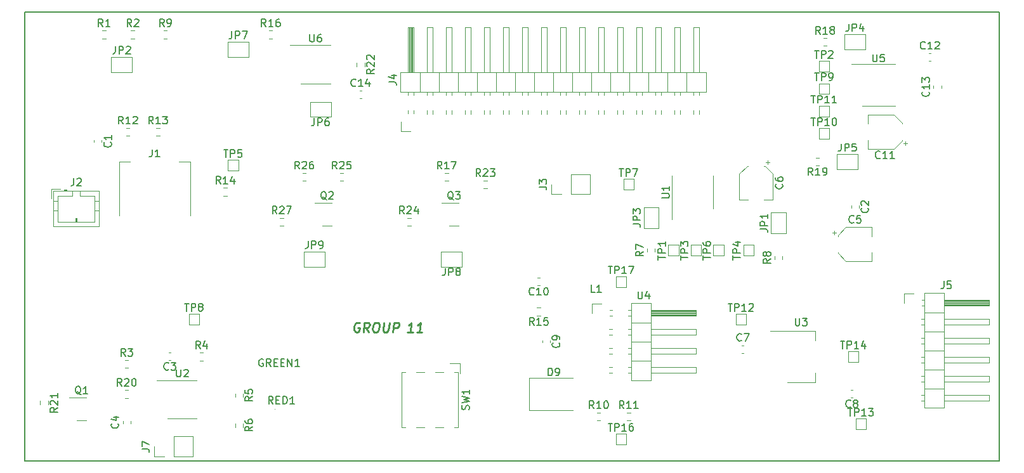
<source format=gbr>
%TF.GenerationSoftware,KiCad,Pcbnew,(7.0.0)*%
%TF.CreationDate,2025-04-15T21:28:58+02:00*%
%TF.ProjectId,PowerSchematic,506f7765-7253-4636-9865-6d617469632e,rev?*%
%TF.SameCoordinates,Original*%
%TF.FileFunction,Legend,Top*%
%TF.FilePolarity,Positive*%
%FSLAX46Y46*%
G04 Gerber Fmt 4.6, Leading zero omitted, Abs format (unit mm)*
G04 Created by KiCad (PCBNEW (7.0.0)) date 2025-04-15 21:28:58*
%MOMM*%
%LPD*%
G01*
G04 APERTURE LIST*
%ADD10C,0.150000*%
%ADD11C,0.254000*%
%ADD12C,0.120000*%
%ADD13C,0.100000*%
G04 APERTURE END LIST*
D10*
X80434400Y-50975000D02*
X210425600Y-50975000D01*
X210425600Y-50975000D02*
X210425600Y-110969800D01*
X210425600Y-110969800D02*
X80434400Y-110969800D01*
X80434400Y-110969800D02*
X80434400Y-50975000D01*
D11*
X125126369Y-92514100D02*
X125012976Y-92453623D01*
X125012976Y-92453623D02*
X124831547Y-92453623D01*
X124831547Y-92453623D02*
X124642559Y-92514100D01*
X124642559Y-92514100D02*
X124506488Y-92635052D01*
X124506488Y-92635052D02*
X124430892Y-92756004D01*
X124430892Y-92756004D02*
X124340178Y-92997909D01*
X124340178Y-92997909D02*
X124317500Y-93179338D01*
X124317500Y-93179338D02*
X124347738Y-93421242D01*
X124347738Y-93421242D02*
X124393095Y-93542195D01*
X124393095Y-93542195D02*
X124498928Y-93663147D01*
X124498928Y-93663147D02*
X124672797Y-93723623D01*
X124672797Y-93723623D02*
X124793750Y-93723623D01*
X124793750Y-93723623D02*
X124982738Y-93663147D01*
X124982738Y-93663147D02*
X125050773Y-93602671D01*
X125050773Y-93602671D02*
X125103690Y-93179338D01*
X125103690Y-93179338D02*
X124861785Y-93179338D01*
X126305654Y-93723623D02*
X125957916Y-93118861D01*
X125579940Y-93723623D02*
X125738690Y-92453623D01*
X125738690Y-92453623D02*
X126222500Y-92453623D01*
X126222500Y-92453623D02*
X126335892Y-92514100D01*
X126335892Y-92514100D02*
X126388809Y-92574576D01*
X126388809Y-92574576D02*
X126434166Y-92695528D01*
X126434166Y-92695528D02*
X126411488Y-92876957D01*
X126411488Y-92876957D02*
X126335892Y-92997909D01*
X126335892Y-92997909D02*
X126267857Y-93058385D01*
X126267857Y-93058385D02*
X126139345Y-93118861D01*
X126139345Y-93118861D02*
X125655535Y-93118861D01*
X127250595Y-92453623D02*
X127492500Y-92453623D01*
X127492500Y-92453623D02*
X127605892Y-92514100D01*
X127605892Y-92514100D02*
X127711726Y-92635052D01*
X127711726Y-92635052D02*
X127741964Y-92876957D01*
X127741964Y-92876957D02*
X127689047Y-93300290D01*
X127689047Y-93300290D02*
X127598333Y-93542195D01*
X127598333Y-93542195D02*
X127462261Y-93663147D01*
X127462261Y-93663147D02*
X127333750Y-93723623D01*
X127333750Y-93723623D02*
X127091845Y-93723623D01*
X127091845Y-93723623D02*
X126978452Y-93663147D01*
X126978452Y-93663147D02*
X126872619Y-93542195D01*
X126872619Y-93542195D02*
X126842380Y-93300290D01*
X126842380Y-93300290D02*
X126895297Y-92876957D01*
X126895297Y-92876957D02*
X126986011Y-92635052D01*
X126986011Y-92635052D02*
X127122083Y-92514100D01*
X127122083Y-92514100D02*
X127250595Y-92453623D01*
X128339166Y-92453623D02*
X128210654Y-93481719D01*
X128210654Y-93481719D02*
X128256011Y-93602671D01*
X128256011Y-93602671D02*
X128308928Y-93663147D01*
X128308928Y-93663147D02*
X128422321Y-93723623D01*
X128422321Y-93723623D02*
X128664226Y-93723623D01*
X128664226Y-93723623D02*
X128792737Y-93663147D01*
X128792737Y-93663147D02*
X128860773Y-93602671D01*
X128860773Y-93602671D02*
X128936368Y-93481719D01*
X128936368Y-93481719D02*
X129064880Y-92453623D01*
X129510892Y-93723623D02*
X129669642Y-92453623D01*
X129669642Y-92453623D02*
X130153452Y-92453623D01*
X130153452Y-92453623D02*
X130266844Y-92514100D01*
X130266844Y-92514100D02*
X130319761Y-92574576D01*
X130319761Y-92574576D02*
X130365118Y-92695528D01*
X130365118Y-92695528D02*
X130342440Y-92876957D01*
X130342440Y-92876957D02*
X130266844Y-92997909D01*
X130266844Y-92997909D02*
X130198809Y-93058385D01*
X130198809Y-93058385D02*
X130070297Y-93118861D01*
X130070297Y-93118861D02*
X129586487Y-93118861D01*
X132208130Y-93723623D02*
X131482416Y-93723623D01*
X131845273Y-93723623D02*
X132004023Y-92453623D01*
X132004023Y-92453623D02*
X131860392Y-92635052D01*
X131860392Y-92635052D02*
X131724321Y-92756004D01*
X131724321Y-92756004D02*
X131595809Y-92816480D01*
X133417654Y-93723623D02*
X132691940Y-93723623D01*
X133054797Y-93723623D02*
X133213547Y-92453623D01*
X133213547Y-92453623D02*
X133069916Y-92635052D01*
X133069916Y-92635052D02*
X132933845Y-92756004D01*
X132933845Y-92756004D02*
X132805333Y-92816480D01*
D10*
%TO.C,TP6*%
X170919380Y-84061904D02*
X170919380Y-83490476D01*
X171919380Y-83776190D02*
X170919380Y-83776190D01*
X171919380Y-83157142D02*
X170919380Y-83157142D01*
X170919380Y-83157142D02*
X170919380Y-82776190D01*
X170919380Y-82776190D02*
X170967000Y-82680952D01*
X170967000Y-82680952D02*
X171014619Y-82633333D01*
X171014619Y-82633333D02*
X171109857Y-82585714D01*
X171109857Y-82585714D02*
X171252714Y-82585714D01*
X171252714Y-82585714D02*
X171347952Y-82633333D01*
X171347952Y-82633333D02*
X171395571Y-82680952D01*
X171395571Y-82680952D02*
X171443190Y-82776190D01*
X171443190Y-82776190D02*
X171443190Y-83157142D01*
X170919380Y-81728571D02*
X170919380Y-81919047D01*
X170919380Y-81919047D02*
X170967000Y-82014285D01*
X170967000Y-82014285D02*
X171014619Y-82061904D01*
X171014619Y-82061904D02*
X171157476Y-82157142D01*
X171157476Y-82157142D02*
X171347952Y-82204761D01*
X171347952Y-82204761D02*
X171728904Y-82204761D01*
X171728904Y-82204761D02*
X171824142Y-82157142D01*
X171824142Y-82157142D02*
X171871761Y-82109523D01*
X171871761Y-82109523D02*
X171919380Y-82014285D01*
X171919380Y-82014285D02*
X171919380Y-81823809D01*
X171919380Y-81823809D02*
X171871761Y-81728571D01*
X171871761Y-81728571D02*
X171824142Y-81680952D01*
X171824142Y-81680952D02*
X171728904Y-81633333D01*
X171728904Y-81633333D02*
X171490809Y-81633333D01*
X171490809Y-81633333D02*
X171395571Y-81680952D01*
X171395571Y-81680952D02*
X171347952Y-81728571D01*
X171347952Y-81728571D02*
X171300333Y-81823809D01*
X171300333Y-81823809D02*
X171300333Y-82014285D01*
X171300333Y-82014285D02*
X171347952Y-82109523D01*
X171347952Y-82109523D02*
X171395571Y-82157142D01*
X171395571Y-82157142D02*
X171490809Y-82204761D01*
%TO.C,R22*%
X127022380Y-58642857D02*
X126546190Y-58976190D01*
X127022380Y-59214285D02*
X126022380Y-59214285D01*
X126022380Y-59214285D02*
X126022380Y-58833333D01*
X126022380Y-58833333D02*
X126070000Y-58738095D01*
X126070000Y-58738095D02*
X126117619Y-58690476D01*
X126117619Y-58690476D02*
X126212857Y-58642857D01*
X126212857Y-58642857D02*
X126355714Y-58642857D01*
X126355714Y-58642857D02*
X126450952Y-58690476D01*
X126450952Y-58690476D02*
X126498571Y-58738095D01*
X126498571Y-58738095D02*
X126546190Y-58833333D01*
X126546190Y-58833333D02*
X126546190Y-59214285D01*
X126117619Y-58261904D02*
X126070000Y-58214285D01*
X126070000Y-58214285D02*
X126022380Y-58119047D01*
X126022380Y-58119047D02*
X126022380Y-57880952D01*
X126022380Y-57880952D02*
X126070000Y-57785714D01*
X126070000Y-57785714D02*
X126117619Y-57738095D01*
X126117619Y-57738095D02*
X126212857Y-57690476D01*
X126212857Y-57690476D02*
X126308095Y-57690476D01*
X126308095Y-57690476D02*
X126450952Y-57738095D01*
X126450952Y-57738095D02*
X127022380Y-58309523D01*
X127022380Y-58309523D02*
X127022380Y-57690476D01*
X126117619Y-57309523D02*
X126070000Y-57261904D01*
X126070000Y-57261904D02*
X126022380Y-57166666D01*
X126022380Y-57166666D02*
X126022380Y-56928571D01*
X126022380Y-56928571D02*
X126070000Y-56833333D01*
X126070000Y-56833333D02*
X126117619Y-56785714D01*
X126117619Y-56785714D02*
X126212857Y-56738095D01*
X126212857Y-56738095D02*
X126308095Y-56738095D01*
X126308095Y-56738095D02*
X126450952Y-56785714D01*
X126450952Y-56785714D02*
X127022380Y-57357142D01*
X127022380Y-57357142D02*
X127022380Y-56738095D01*
%TO.C,U5*%
X193575595Y-56642380D02*
X193575595Y-57451904D01*
X193575595Y-57451904D02*
X193623214Y-57547142D01*
X193623214Y-57547142D02*
X193670833Y-57594761D01*
X193670833Y-57594761D02*
X193766071Y-57642380D01*
X193766071Y-57642380D02*
X193956547Y-57642380D01*
X193956547Y-57642380D02*
X194051785Y-57594761D01*
X194051785Y-57594761D02*
X194099404Y-57547142D01*
X194099404Y-57547142D02*
X194147023Y-57451904D01*
X194147023Y-57451904D02*
X194147023Y-56642380D01*
X195099404Y-56642380D02*
X194623214Y-56642380D01*
X194623214Y-56642380D02*
X194575595Y-57118571D01*
X194575595Y-57118571D02*
X194623214Y-57070952D01*
X194623214Y-57070952D02*
X194718452Y-57023333D01*
X194718452Y-57023333D02*
X194956547Y-57023333D01*
X194956547Y-57023333D02*
X195051785Y-57070952D01*
X195051785Y-57070952D02*
X195099404Y-57118571D01*
X195099404Y-57118571D02*
X195147023Y-57213809D01*
X195147023Y-57213809D02*
X195147023Y-57451904D01*
X195147023Y-57451904D02*
X195099404Y-57547142D01*
X195099404Y-57547142D02*
X195051785Y-57594761D01*
X195051785Y-57594761D02*
X194956547Y-57642380D01*
X194956547Y-57642380D02*
X194718452Y-57642380D01*
X194718452Y-57642380D02*
X194623214Y-57594761D01*
X194623214Y-57594761D02*
X194575595Y-57547142D01*
%TO.C,R27*%
X114057142Y-77937380D02*
X113723809Y-77461190D01*
X113485714Y-77937380D02*
X113485714Y-76937380D01*
X113485714Y-76937380D02*
X113866666Y-76937380D01*
X113866666Y-76937380D02*
X113961904Y-76985000D01*
X113961904Y-76985000D02*
X114009523Y-77032619D01*
X114009523Y-77032619D02*
X114057142Y-77127857D01*
X114057142Y-77127857D02*
X114057142Y-77270714D01*
X114057142Y-77270714D02*
X114009523Y-77365952D01*
X114009523Y-77365952D02*
X113961904Y-77413571D01*
X113961904Y-77413571D02*
X113866666Y-77461190D01*
X113866666Y-77461190D02*
X113485714Y-77461190D01*
X114438095Y-77032619D02*
X114485714Y-76985000D01*
X114485714Y-76985000D02*
X114580952Y-76937380D01*
X114580952Y-76937380D02*
X114819047Y-76937380D01*
X114819047Y-76937380D02*
X114914285Y-76985000D01*
X114914285Y-76985000D02*
X114961904Y-77032619D01*
X114961904Y-77032619D02*
X115009523Y-77127857D01*
X115009523Y-77127857D02*
X115009523Y-77223095D01*
X115009523Y-77223095D02*
X114961904Y-77365952D01*
X114961904Y-77365952D02*
X114390476Y-77937380D01*
X114390476Y-77937380D02*
X115009523Y-77937380D01*
X115342857Y-76937380D02*
X116009523Y-76937380D01*
X116009523Y-76937380D02*
X115580952Y-77937380D01*
%TO.C,C13*%
X201042142Y-61642857D02*
X201089761Y-61690476D01*
X201089761Y-61690476D02*
X201137380Y-61833333D01*
X201137380Y-61833333D02*
X201137380Y-61928571D01*
X201137380Y-61928571D02*
X201089761Y-62071428D01*
X201089761Y-62071428D02*
X200994523Y-62166666D01*
X200994523Y-62166666D02*
X200899285Y-62214285D01*
X200899285Y-62214285D02*
X200708809Y-62261904D01*
X200708809Y-62261904D02*
X200565952Y-62261904D01*
X200565952Y-62261904D02*
X200375476Y-62214285D01*
X200375476Y-62214285D02*
X200280238Y-62166666D01*
X200280238Y-62166666D02*
X200185000Y-62071428D01*
X200185000Y-62071428D02*
X200137380Y-61928571D01*
X200137380Y-61928571D02*
X200137380Y-61833333D01*
X200137380Y-61833333D02*
X200185000Y-61690476D01*
X200185000Y-61690476D02*
X200232619Y-61642857D01*
X201137380Y-60690476D02*
X201137380Y-61261904D01*
X201137380Y-60976190D02*
X200137380Y-60976190D01*
X200137380Y-60976190D02*
X200280238Y-61071428D01*
X200280238Y-61071428D02*
X200375476Y-61166666D01*
X200375476Y-61166666D02*
X200423095Y-61261904D01*
X200137380Y-60357142D02*
X200137380Y-59738095D01*
X200137380Y-59738095D02*
X200518333Y-60071428D01*
X200518333Y-60071428D02*
X200518333Y-59928571D01*
X200518333Y-59928571D02*
X200565952Y-59833333D01*
X200565952Y-59833333D02*
X200613571Y-59785714D01*
X200613571Y-59785714D02*
X200708809Y-59738095D01*
X200708809Y-59738095D02*
X200946904Y-59738095D01*
X200946904Y-59738095D02*
X201042142Y-59785714D01*
X201042142Y-59785714D02*
X201089761Y-59833333D01*
X201089761Y-59833333D02*
X201137380Y-59928571D01*
X201137380Y-59928571D02*
X201137380Y-60214285D01*
X201137380Y-60214285D02*
X201089761Y-60309523D01*
X201089761Y-60309523D02*
X201042142Y-60357142D01*
%TO.C,TP2*%
X185825595Y-56144380D02*
X186397023Y-56144380D01*
X186111309Y-57144380D02*
X186111309Y-56144380D01*
X186730357Y-57144380D02*
X186730357Y-56144380D01*
X186730357Y-56144380D02*
X187111309Y-56144380D01*
X187111309Y-56144380D02*
X187206547Y-56192000D01*
X187206547Y-56192000D02*
X187254166Y-56239619D01*
X187254166Y-56239619D02*
X187301785Y-56334857D01*
X187301785Y-56334857D02*
X187301785Y-56477714D01*
X187301785Y-56477714D02*
X187254166Y-56572952D01*
X187254166Y-56572952D02*
X187206547Y-56620571D01*
X187206547Y-56620571D02*
X187111309Y-56668190D01*
X187111309Y-56668190D02*
X186730357Y-56668190D01*
X187682738Y-56239619D02*
X187730357Y-56192000D01*
X187730357Y-56192000D02*
X187825595Y-56144380D01*
X187825595Y-56144380D02*
X188063690Y-56144380D01*
X188063690Y-56144380D02*
X188158928Y-56192000D01*
X188158928Y-56192000D02*
X188206547Y-56239619D01*
X188206547Y-56239619D02*
X188254166Y-56334857D01*
X188254166Y-56334857D02*
X188254166Y-56430095D01*
X188254166Y-56430095D02*
X188206547Y-56572952D01*
X188206547Y-56572952D02*
X187635119Y-57144380D01*
X187635119Y-57144380D02*
X188254166Y-57144380D01*
%TO.C,U1*%
X165417380Y-75811904D02*
X166226904Y-75811904D01*
X166226904Y-75811904D02*
X166322142Y-75764285D01*
X166322142Y-75764285D02*
X166369761Y-75716666D01*
X166369761Y-75716666D02*
X166417380Y-75621428D01*
X166417380Y-75621428D02*
X166417380Y-75430952D01*
X166417380Y-75430952D02*
X166369761Y-75335714D01*
X166369761Y-75335714D02*
X166322142Y-75288095D01*
X166322142Y-75288095D02*
X166226904Y-75240476D01*
X166226904Y-75240476D02*
X165417380Y-75240476D01*
X166417380Y-74240476D02*
X166417380Y-74811904D01*
X166417380Y-74526190D02*
X165417380Y-74526190D01*
X165417380Y-74526190D02*
X165560238Y-74621428D01*
X165560238Y-74621428D02*
X165655476Y-74716666D01*
X165655476Y-74716666D02*
X165703095Y-74811904D01*
%TO.C,C9*%
X151702142Y-95166666D02*
X151749761Y-95214285D01*
X151749761Y-95214285D02*
X151797380Y-95357142D01*
X151797380Y-95357142D02*
X151797380Y-95452380D01*
X151797380Y-95452380D02*
X151749761Y-95595237D01*
X151749761Y-95595237D02*
X151654523Y-95690475D01*
X151654523Y-95690475D02*
X151559285Y-95738094D01*
X151559285Y-95738094D02*
X151368809Y-95785713D01*
X151368809Y-95785713D02*
X151225952Y-95785713D01*
X151225952Y-95785713D02*
X151035476Y-95738094D01*
X151035476Y-95738094D02*
X150940238Y-95690475D01*
X150940238Y-95690475D02*
X150845000Y-95595237D01*
X150845000Y-95595237D02*
X150797380Y-95452380D01*
X150797380Y-95452380D02*
X150797380Y-95357142D01*
X150797380Y-95357142D02*
X150845000Y-95214285D01*
X150845000Y-95214285D02*
X150892619Y-95166666D01*
X151797380Y-94690475D02*
X151797380Y-94499999D01*
X151797380Y-94499999D02*
X151749761Y-94404761D01*
X151749761Y-94404761D02*
X151702142Y-94357142D01*
X151702142Y-94357142D02*
X151559285Y-94261904D01*
X151559285Y-94261904D02*
X151368809Y-94214285D01*
X151368809Y-94214285D02*
X150987857Y-94214285D01*
X150987857Y-94214285D02*
X150892619Y-94261904D01*
X150892619Y-94261904D02*
X150845000Y-94309523D01*
X150845000Y-94309523D02*
X150797380Y-94404761D01*
X150797380Y-94404761D02*
X150797380Y-94595237D01*
X150797380Y-94595237D02*
X150845000Y-94690475D01*
X150845000Y-94690475D02*
X150892619Y-94738094D01*
X150892619Y-94738094D02*
X150987857Y-94785713D01*
X150987857Y-94785713D02*
X151225952Y-94785713D01*
X151225952Y-94785713D02*
X151321190Y-94738094D01*
X151321190Y-94738094D02*
X151368809Y-94690475D01*
X151368809Y-94690475D02*
X151416428Y-94595237D01*
X151416428Y-94595237D02*
X151416428Y-94404761D01*
X151416428Y-94404761D02*
X151368809Y-94309523D01*
X151368809Y-94309523D02*
X151321190Y-94261904D01*
X151321190Y-94261904D02*
X151225952Y-94214285D01*
%TO.C,SW1*%
X139679761Y-104083332D02*
X139727380Y-103940475D01*
X139727380Y-103940475D02*
X139727380Y-103702380D01*
X139727380Y-103702380D02*
X139679761Y-103607142D01*
X139679761Y-103607142D02*
X139632142Y-103559523D01*
X139632142Y-103559523D02*
X139536904Y-103511904D01*
X139536904Y-103511904D02*
X139441666Y-103511904D01*
X139441666Y-103511904D02*
X139346428Y-103559523D01*
X139346428Y-103559523D02*
X139298809Y-103607142D01*
X139298809Y-103607142D02*
X139251190Y-103702380D01*
X139251190Y-103702380D02*
X139203571Y-103892856D01*
X139203571Y-103892856D02*
X139155952Y-103988094D01*
X139155952Y-103988094D02*
X139108333Y-104035713D01*
X139108333Y-104035713D02*
X139013095Y-104083332D01*
X139013095Y-104083332D02*
X138917857Y-104083332D01*
X138917857Y-104083332D02*
X138822619Y-104035713D01*
X138822619Y-104035713D02*
X138775000Y-103988094D01*
X138775000Y-103988094D02*
X138727380Y-103892856D01*
X138727380Y-103892856D02*
X138727380Y-103654761D01*
X138727380Y-103654761D02*
X138775000Y-103511904D01*
X138727380Y-103178570D02*
X139727380Y-102940475D01*
X139727380Y-102940475D02*
X139013095Y-102749999D01*
X139013095Y-102749999D02*
X139727380Y-102559523D01*
X139727380Y-102559523D02*
X138727380Y-102321428D01*
X139727380Y-101416666D02*
X139727380Y-101988094D01*
X139727380Y-101702380D02*
X138727380Y-101702380D01*
X138727380Y-101702380D02*
X138870238Y-101797618D01*
X138870238Y-101797618D02*
X138965476Y-101892856D01*
X138965476Y-101892856D02*
X139013095Y-101988094D01*
%TO.C,R9*%
X99008333Y-52937380D02*
X98675000Y-52461190D01*
X98436905Y-52937380D02*
X98436905Y-51937380D01*
X98436905Y-51937380D02*
X98817857Y-51937380D01*
X98817857Y-51937380D02*
X98913095Y-51985000D01*
X98913095Y-51985000D02*
X98960714Y-52032619D01*
X98960714Y-52032619D02*
X99008333Y-52127857D01*
X99008333Y-52127857D02*
X99008333Y-52270714D01*
X99008333Y-52270714D02*
X98960714Y-52365952D01*
X98960714Y-52365952D02*
X98913095Y-52413571D01*
X98913095Y-52413571D02*
X98817857Y-52461190D01*
X98817857Y-52461190D02*
X98436905Y-52461190D01*
X99484524Y-52937380D02*
X99675000Y-52937380D01*
X99675000Y-52937380D02*
X99770238Y-52889761D01*
X99770238Y-52889761D02*
X99817857Y-52842142D01*
X99817857Y-52842142D02*
X99913095Y-52699285D01*
X99913095Y-52699285D02*
X99960714Y-52508809D01*
X99960714Y-52508809D02*
X99960714Y-52127857D01*
X99960714Y-52127857D02*
X99913095Y-52032619D01*
X99913095Y-52032619D02*
X99865476Y-51985000D01*
X99865476Y-51985000D02*
X99770238Y-51937380D01*
X99770238Y-51937380D02*
X99579762Y-51937380D01*
X99579762Y-51937380D02*
X99484524Y-51985000D01*
X99484524Y-51985000D02*
X99436905Y-52032619D01*
X99436905Y-52032619D02*
X99389286Y-52127857D01*
X99389286Y-52127857D02*
X99389286Y-52365952D01*
X99389286Y-52365952D02*
X99436905Y-52461190D01*
X99436905Y-52461190D02*
X99484524Y-52508809D01*
X99484524Y-52508809D02*
X99579762Y-52556428D01*
X99579762Y-52556428D02*
X99770238Y-52556428D01*
X99770238Y-52556428D02*
X99865476Y-52508809D01*
X99865476Y-52508809D02*
X99913095Y-52461190D01*
X99913095Y-52461190D02*
X99960714Y-52365952D01*
%TO.C,TP12*%
X174261905Y-89919380D02*
X174833333Y-89919380D01*
X174547619Y-90919380D02*
X174547619Y-89919380D01*
X175166667Y-90919380D02*
X175166667Y-89919380D01*
X175166667Y-89919380D02*
X175547619Y-89919380D01*
X175547619Y-89919380D02*
X175642857Y-89967000D01*
X175642857Y-89967000D02*
X175690476Y-90014619D01*
X175690476Y-90014619D02*
X175738095Y-90109857D01*
X175738095Y-90109857D02*
X175738095Y-90252714D01*
X175738095Y-90252714D02*
X175690476Y-90347952D01*
X175690476Y-90347952D02*
X175642857Y-90395571D01*
X175642857Y-90395571D02*
X175547619Y-90443190D01*
X175547619Y-90443190D02*
X175166667Y-90443190D01*
X176690476Y-90919380D02*
X176119048Y-90919380D01*
X176404762Y-90919380D02*
X176404762Y-89919380D01*
X176404762Y-89919380D02*
X176309524Y-90062238D01*
X176309524Y-90062238D02*
X176214286Y-90157476D01*
X176214286Y-90157476D02*
X176119048Y-90205095D01*
X177071429Y-90014619D02*
X177119048Y-89967000D01*
X177119048Y-89967000D02*
X177214286Y-89919380D01*
X177214286Y-89919380D02*
X177452381Y-89919380D01*
X177452381Y-89919380D02*
X177547619Y-89967000D01*
X177547619Y-89967000D02*
X177595238Y-90014619D01*
X177595238Y-90014619D02*
X177642857Y-90109857D01*
X177642857Y-90109857D02*
X177642857Y-90205095D01*
X177642857Y-90205095D02*
X177595238Y-90347952D01*
X177595238Y-90347952D02*
X177023810Y-90919380D01*
X177023810Y-90919380D02*
X177642857Y-90919380D01*
%TO.C,R7*%
X162937380Y-82966666D02*
X162461190Y-83299999D01*
X162937380Y-83538094D02*
X161937380Y-83538094D01*
X161937380Y-83538094D02*
X161937380Y-83157142D01*
X161937380Y-83157142D02*
X161985000Y-83061904D01*
X161985000Y-83061904D02*
X162032619Y-83014285D01*
X162032619Y-83014285D02*
X162127857Y-82966666D01*
X162127857Y-82966666D02*
X162270714Y-82966666D01*
X162270714Y-82966666D02*
X162365952Y-83014285D01*
X162365952Y-83014285D02*
X162413571Y-83061904D01*
X162413571Y-83061904D02*
X162461190Y-83157142D01*
X162461190Y-83157142D02*
X162461190Y-83538094D01*
X161937380Y-82633332D02*
X161937380Y-81966666D01*
X161937380Y-81966666D02*
X162937380Y-82395237D01*
%TO.C,J7*%
X96037380Y-109333333D02*
X96751666Y-109333333D01*
X96751666Y-109333333D02*
X96894523Y-109380952D01*
X96894523Y-109380952D02*
X96989761Y-109476190D01*
X96989761Y-109476190D02*
X97037380Y-109619047D01*
X97037380Y-109619047D02*
X97037380Y-109714285D01*
X96037380Y-108952380D02*
X96037380Y-108285714D01*
X96037380Y-108285714D02*
X97037380Y-108714285D01*
%TO.C,TP17*%
X158261905Y-84919380D02*
X158833333Y-84919380D01*
X158547619Y-85919380D02*
X158547619Y-84919380D01*
X159166667Y-85919380D02*
X159166667Y-84919380D01*
X159166667Y-84919380D02*
X159547619Y-84919380D01*
X159547619Y-84919380D02*
X159642857Y-84967000D01*
X159642857Y-84967000D02*
X159690476Y-85014619D01*
X159690476Y-85014619D02*
X159738095Y-85109857D01*
X159738095Y-85109857D02*
X159738095Y-85252714D01*
X159738095Y-85252714D02*
X159690476Y-85347952D01*
X159690476Y-85347952D02*
X159642857Y-85395571D01*
X159642857Y-85395571D02*
X159547619Y-85443190D01*
X159547619Y-85443190D02*
X159166667Y-85443190D01*
X160690476Y-85919380D02*
X160119048Y-85919380D01*
X160404762Y-85919380D02*
X160404762Y-84919380D01*
X160404762Y-84919380D02*
X160309524Y-85062238D01*
X160309524Y-85062238D02*
X160214286Y-85157476D01*
X160214286Y-85157476D02*
X160119048Y-85205095D01*
X161023810Y-84919380D02*
X161690476Y-84919380D01*
X161690476Y-84919380D02*
X161261905Y-85919380D01*
%TO.C,C7*%
X176058333Y-94842142D02*
X176010714Y-94889761D01*
X176010714Y-94889761D02*
X175867857Y-94937380D01*
X175867857Y-94937380D02*
X175772619Y-94937380D01*
X175772619Y-94937380D02*
X175629762Y-94889761D01*
X175629762Y-94889761D02*
X175534524Y-94794523D01*
X175534524Y-94794523D02*
X175486905Y-94699285D01*
X175486905Y-94699285D02*
X175439286Y-94508809D01*
X175439286Y-94508809D02*
X175439286Y-94365952D01*
X175439286Y-94365952D02*
X175486905Y-94175476D01*
X175486905Y-94175476D02*
X175534524Y-94080238D01*
X175534524Y-94080238D02*
X175629762Y-93985000D01*
X175629762Y-93985000D02*
X175772619Y-93937380D01*
X175772619Y-93937380D02*
X175867857Y-93937380D01*
X175867857Y-93937380D02*
X176010714Y-93985000D01*
X176010714Y-93985000D02*
X176058333Y-94032619D01*
X176391667Y-93937380D02*
X177058333Y-93937380D01*
X177058333Y-93937380D02*
X176629762Y-94937380D01*
%TO.C,R15*%
X148357142Y-92797380D02*
X148023809Y-92321190D01*
X147785714Y-92797380D02*
X147785714Y-91797380D01*
X147785714Y-91797380D02*
X148166666Y-91797380D01*
X148166666Y-91797380D02*
X148261904Y-91845000D01*
X148261904Y-91845000D02*
X148309523Y-91892619D01*
X148309523Y-91892619D02*
X148357142Y-91987857D01*
X148357142Y-91987857D02*
X148357142Y-92130714D01*
X148357142Y-92130714D02*
X148309523Y-92225952D01*
X148309523Y-92225952D02*
X148261904Y-92273571D01*
X148261904Y-92273571D02*
X148166666Y-92321190D01*
X148166666Y-92321190D02*
X147785714Y-92321190D01*
X149309523Y-92797380D02*
X148738095Y-92797380D01*
X149023809Y-92797380D02*
X149023809Y-91797380D01*
X149023809Y-91797380D02*
X148928571Y-91940238D01*
X148928571Y-91940238D02*
X148833333Y-92035476D01*
X148833333Y-92035476D02*
X148738095Y-92083095D01*
X150214285Y-91797380D02*
X149738095Y-91797380D01*
X149738095Y-91797380D02*
X149690476Y-92273571D01*
X149690476Y-92273571D02*
X149738095Y-92225952D01*
X149738095Y-92225952D02*
X149833333Y-92178333D01*
X149833333Y-92178333D02*
X150071428Y-92178333D01*
X150071428Y-92178333D02*
X150166666Y-92225952D01*
X150166666Y-92225952D02*
X150214285Y-92273571D01*
X150214285Y-92273571D02*
X150261904Y-92368809D01*
X150261904Y-92368809D02*
X150261904Y-92606904D01*
X150261904Y-92606904D02*
X150214285Y-92702142D01*
X150214285Y-92702142D02*
X150166666Y-92749761D01*
X150166666Y-92749761D02*
X150071428Y-92797380D01*
X150071428Y-92797380D02*
X149833333Y-92797380D01*
X149833333Y-92797380D02*
X149738095Y-92749761D01*
X149738095Y-92749761D02*
X149690476Y-92702142D01*
%TO.C,JP4*%
X190366666Y-52567380D02*
X190366666Y-53281666D01*
X190366666Y-53281666D02*
X190319047Y-53424523D01*
X190319047Y-53424523D02*
X190223809Y-53519761D01*
X190223809Y-53519761D02*
X190080952Y-53567380D01*
X190080952Y-53567380D02*
X189985714Y-53567380D01*
X190842857Y-53567380D02*
X190842857Y-52567380D01*
X190842857Y-52567380D02*
X191223809Y-52567380D01*
X191223809Y-52567380D02*
X191319047Y-52615000D01*
X191319047Y-52615000D02*
X191366666Y-52662619D01*
X191366666Y-52662619D02*
X191414285Y-52757857D01*
X191414285Y-52757857D02*
X191414285Y-52900714D01*
X191414285Y-52900714D02*
X191366666Y-52995952D01*
X191366666Y-52995952D02*
X191319047Y-53043571D01*
X191319047Y-53043571D02*
X191223809Y-53091190D01*
X191223809Y-53091190D02*
X190842857Y-53091190D01*
X192271428Y-52900714D02*
X192271428Y-53567380D01*
X192033333Y-52519761D02*
X191795238Y-53234047D01*
X191795238Y-53234047D02*
X192414285Y-53234047D01*
%TO.C,TP1*%
X164919380Y-84061904D02*
X164919380Y-83490476D01*
X165919380Y-83776190D02*
X164919380Y-83776190D01*
X165919380Y-83157142D02*
X164919380Y-83157142D01*
X164919380Y-83157142D02*
X164919380Y-82776190D01*
X164919380Y-82776190D02*
X164967000Y-82680952D01*
X164967000Y-82680952D02*
X165014619Y-82633333D01*
X165014619Y-82633333D02*
X165109857Y-82585714D01*
X165109857Y-82585714D02*
X165252714Y-82585714D01*
X165252714Y-82585714D02*
X165347952Y-82633333D01*
X165347952Y-82633333D02*
X165395571Y-82680952D01*
X165395571Y-82680952D02*
X165443190Y-82776190D01*
X165443190Y-82776190D02*
X165443190Y-83157142D01*
X165919380Y-81633333D02*
X165919380Y-82204761D01*
X165919380Y-81919047D02*
X164919380Y-81919047D01*
X164919380Y-81919047D02*
X165062238Y-82014285D01*
X165062238Y-82014285D02*
X165157476Y-82109523D01*
X165157476Y-82109523D02*
X165205095Y-82204761D01*
%TO.C,R25*%
X122057142Y-71937380D02*
X121723809Y-71461190D01*
X121485714Y-71937380D02*
X121485714Y-70937380D01*
X121485714Y-70937380D02*
X121866666Y-70937380D01*
X121866666Y-70937380D02*
X121961904Y-70985000D01*
X121961904Y-70985000D02*
X122009523Y-71032619D01*
X122009523Y-71032619D02*
X122057142Y-71127857D01*
X122057142Y-71127857D02*
X122057142Y-71270714D01*
X122057142Y-71270714D02*
X122009523Y-71365952D01*
X122009523Y-71365952D02*
X121961904Y-71413571D01*
X121961904Y-71413571D02*
X121866666Y-71461190D01*
X121866666Y-71461190D02*
X121485714Y-71461190D01*
X122438095Y-71032619D02*
X122485714Y-70985000D01*
X122485714Y-70985000D02*
X122580952Y-70937380D01*
X122580952Y-70937380D02*
X122819047Y-70937380D01*
X122819047Y-70937380D02*
X122914285Y-70985000D01*
X122914285Y-70985000D02*
X122961904Y-71032619D01*
X122961904Y-71032619D02*
X123009523Y-71127857D01*
X123009523Y-71127857D02*
X123009523Y-71223095D01*
X123009523Y-71223095D02*
X122961904Y-71365952D01*
X122961904Y-71365952D02*
X122390476Y-71937380D01*
X122390476Y-71937380D02*
X123009523Y-71937380D01*
X123914285Y-70937380D02*
X123438095Y-70937380D01*
X123438095Y-70937380D02*
X123390476Y-71413571D01*
X123390476Y-71413571D02*
X123438095Y-71365952D01*
X123438095Y-71365952D02*
X123533333Y-71318333D01*
X123533333Y-71318333D02*
X123771428Y-71318333D01*
X123771428Y-71318333D02*
X123866666Y-71365952D01*
X123866666Y-71365952D02*
X123914285Y-71413571D01*
X123914285Y-71413571D02*
X123961904Y-71508809D01*
X123961904Y-71508809D02*
X123961904Y-71746904D01*
X123961904Y-71746904D02*
X123914285Y-71842142D01*
X123914285Y-71842142D02*
X123866666Y-71889761D01*
X123866666Y-71889761D02*
X123771428Y-71937380D01*
X123771428Y-71937380D02*
X123533333Y-71937380D01*
X123533333Y-71937380D02*
X123438095Y-71889761D01*
X123438095Y-71889761D02*
X123390476Y-71842142D01*
%TO.C,TP13*%
X190261905Y-103919380D02*
X190833333Y-103919380D01*
X190547619Y-104919380D02*
X190547619Y-103919380D01*
X191166667Y-104919380D02*
X191166667Y-103919380D01*
X191166667Y-103919380D02*
X191547619Y-103919380D01*
X191547619Y-103919380D02*
X191642857Y-103967000D01*
X191642857Y-103967000D02*
X191690476Y-104014619D01*
X191690476Y-104014619D02*
X191738095Y-104109857D01*
X191738095Y-104109857D02*
X191738095Y-104252714D01*
X191738095Y-104252714D02*
X191690476Y-104347952D01*
X191690476Y-104347952D02*
X191642857Y-104395571D01*
X191642857Y-104395571D02*
X191547619Y-104443190D01*
X191547619Y-104443190D02*
X191166667Y-104443190D01*
X192690476Y-104919380D02*
X192119048Y-104919380D01*
X192404762Y-104919380D02*
X192404762Y-103919380D01*
X192404762Y-103919380D02*
X192309524Y-104062238D01*
X192309524Y-104062238D02*
X192214286Y-104157476D01*
X192214286Y-104157476D02*
X192119048Y-104205095D01*
X193023810Y-103919380D02*
X193642857Y-103919380D01*
X193642857Y-103919380D02*
X193309524Y-104300333D01*
X193309524Y-104300333D02*
X193452381Y-104300333D01*
X193452381Y-104300333D02*
X193547619Y-104347952D01*
X193547619Y-104347952D02*
X193595238Y-104395571D01*
X193595238Y-104395571D02*
X193642857Y-104490809D01*
X193642857Y-104490809D02*
X193642857Y-104728904D01*
X193642857Y-104728904D02*
X193595238Y-104824142D01*
X193595238Y-104824142D02*
X193547619Y-104871761D01*
X193547619Y-104871761D02*
X193452381Y-104919380D01*
X193452381Y-104919380D02*
X193166667Y-104919380D01*
X193166667Y-104919380D02*
X193071429Y-104871761D01*
X193071429Y-104871761D02*
X193023810Y-104824142D01*
%TO.C,R3*%
X93833333Y-96937380D02*
X93500000Y-96461190D01*
X93261905Y-96937380D02*
X93261905Y-95937380D01*
X93261905Y-95937380D02*
X93642857Y-95937380D01*
X93642857Y-95937380D02*
X93738095Y-95985000D01*
X93738095Y-95985000D02*
X93785714Y-96032619D01*
X93785714Y-96032619D02*
X93833333Y-96127857D01*
X93833333Y-96127857D02*
X93833333Y-96270714D01*
X93833333Y-96270714D02*
X93785714Y-96365952D01*
X93785714Y-96365952D02*
X93738095Y-96413571D01*
X93738095Y-96413571D02*
X93642857Y-96461190D01*
X93642857Y-96461190D02*
X93261905Y-96461190D01*
X94166667Y-95937380D02*
X94785714Y-95937380D01*
X94785714Y-95937380D02*
X94452381Y-96318333D01*
X94452381Y-96318333D02*
X94595238Y-96318333D01*
X94595238Y-96318333D02*
X94690476Y-96365952D01*
X94690476Y-96365952D02*
X94738095Y-96413571D01*
X94738095Y-96413571D02*
X94785714Y-96508809D01*
X94785714Y-96508809D02*
X94785714Y-96746904D01*
X94785714Y-96746904D02*
X94738095Y-96842142D01*
X94738095Y-96842142D02*
X94690476Y-96889761D01*
X94690476Y-96889761D02*
X94595238Y-96937380D01*
X94595238Y-96937380D02*
X94309524Y-96937380D01*
X94309524Y-96937380D02*
X94214286Y-96889761D01*
X94214286Y-96889761D02*
X94166667Y-96842142D01*
%TO.C,TP8*%
X101738095Y-89919380D02*
X102309523Y-89919380D01*
X102023809Y-90919380D02*
X102023809Y-89919380D01*
X102642857Y-90919380D02*
X102642857Y-89919380D01*
X102642857Y-89919380D02*
X103023809Y-89919380D01*
X103023809Y-89919380D02*
X103119047Y-89967000D01*
X103119047Y-89967000D02*
X103166666Y-90014619D01*
X103166666Y-90014619D02*
X103214285Y-90109857D01*
X103214285Y-90109857D02*
X103214285Y-90252714D01*
X103214285Y-90252714D02*
X103166666Y-90347952D01*
X103166666Y-90347952D02*
X103119047Y-90395571D01*
X103119047Y-90395571D02*
X103023809Y-90443190D01*
X103023809Y-90443190D02*
X102642857Y-90443190D01*
X103785714Y-90347952D02*
X103690476Y-90300333D01*
X103690476Y-90300333D02*
X103642857Y-90252714D01*
X103642857Y-90252714D02*
X103595238Y-90157476D01*
X103595238Y-90157476D02*
X103595238Y-90109857D01*
X103595238Y-90109857D02*
X103642857Y-90014619D01*
X103642857Y-90014619D02*
X103690476Y-89967000D01*
X103690476Y-89967000D02*
X103785714Y-89919380D01*
X103785714Y-89919380D02*
X103976190Y-89919380D01*
X103976190Y-89919380D02*
X104071428Y-89967000D01*
X104071428Y-89967000D02*
X104119047Y-90014619D01*
X104119047Y-90014619D02*
X104166666Y-90109857D01*
X104166666Y-90109857D02*
X104166666Y-90157476D01*
X104166666Y-90157476D02*
X104119047Y-90252714D01*
X104119047Y-90252714D02*
X104071428Y-90300333D01*
X104071428Y-90300333D02*
X103976190Y-90347952D01*
X103976190Y-90347952D02*
X103785714Y-90347952D01*
X103785714Y-90347952D02*
X103690476Y-90395571D01*
X103690476Y-90395571D02*
X103642857Y-90443190D01*
X103642857Y-90443190D02*
X103595238Y-90538428D01*
X103595238Y-90538428D02*
X103595238Y-90728904D01*
X103595238Y-90728904D02*
X103642857Y-90824142D01*
X103642857Y-90824142D02*
X103690476Y-90871761D01*
X103690476Y-90871761D02*
X103785714Y-90919380D01*
X103785714Y-90919380D02*
X103976190Y-90919380D01*
X103976190Y-90919380D02*
X104071428Y-90871761D01*
X104071428Y-90871761D02*
X104119047Y-90824142D01*
X104119047Y-90824142D02*
X104166666Y-90728904D01*
X104166666Y-90728904D02*
X104166666Y-90538428D01*
X104166666Y-90538428D02*
X104119047Y-90443190D01*
X104119047Y-90443190D02*
X104071428Y-90395571D01*
X104071428Y-90395571D02*
X103976190Y-90347952D01*
%TO.C,C4*%
X92842142Y-105941666D02*
X92889761Y-105989285D01*
X92889761Y-105989285D02*
X92937380Y-106132142D01*
X92937380Y-106132142D02*
X92937380Y-106227380D01*
X92937380Y-106227380D02*
X92889761Y-106370237D01*
X92889761Y-106370237D02*
X92794523Y-106465475D01*
X92794523Y-106465475D02*
X92699285Y-106513094D01*
X92699285Y-106513094D02*
X92508809Y-106560713D01*
X92508809Y-106560713D02*
X92365952Y-106560713D01*
X92365952Y-106560713D02*
X92175476Y-106513094D01*
X92175476Y-106513094D02*
X92080238Y-106465475D01*
X92080238Y-106465475D02*
X91985000Y-106370237D01*
X91985000Y-106370237D02*
X91937380Y-106227380D01*
X91937380Y-106227380D02*
X91937380Y-106132142D01*
X91937380Y-106132142D02*
X91985000Y-105989285D01*
X91985000Y-105989285D02*
X92032619Y-105941666D01*
X92270714Y-105084523D02*
X92937380Y-105084523D01*
X91889761Y-105322618D02*
X92604047Y-105560713D01*
X92604047Y-105560713D02*
X92604047Y-104941666D01*
%TO.C,R18*%
X186557142Y-53937380D02*
X186223809Y-53461190D01*
X185985714Y-53937380D02*
X185985714Y-52937380D01*
X185985714Y-52937380D02*
X186366666Y-52937380D01*
X186366666Y-52937380D02*
X186461904Y-52985000D01*
X186461904Y-52985000D02*
X186509523Y-53032619D01*
X186509523Y-53032619D02*
X186557142Y-53127857D01*
X186557142Y-53127857D02*
X186557142Y-53270714D01*
X186557142Y-53270714D02*
X186509523Y-53365952D01*
X186509523Y-53365952D02*
X186461904Y-53413571D01*
X186461904Y-53413571D02*
X186366666Y-53461190D01*
X186366666Y-53461190D02*
X185985714Y-53461190D01*
X187509523Y-53937380D02*
X186938095Y-53937380D01*
X187223809Y-53937380D02*
X187223809Y-52937380D01*
X187223809Y-52937380D02*
X187128571Y-53080238D01*
X187128571Y-53080238D02*
X187033333Y-53175476D01*
X187033333Y-53175476D02*
X186938095Y-53223095D01*
X188080952Y-53365952D02*
X187985714Y-53318333D01*
X187985714Y-53318333D02*
X187938095Y-53270714D01*
X187938095Y-53270714D02*
X187890476Y-53175476D01*
X187890476Y-53175476D02*
X187890476Y-53127857D01*
X187890476Y-53127857D02*
X187938095Y-53032619D01*
X187938095Y-53032619D02*
X187985714Y-52985000D01*
X187985714Y-52985000D02*
X188080952Y-52937380D01*
X188080952Y-52937380D02*
X188271428Y-52937380D01*
X188271428Y-52937380D02*
X188366666Y-52985000D01*
X188366666Y-52985000D02*
X188414285Y-53032619D01*
X188414285Y-53032619D02*
X188461904Y-53127857D01*
X188461904Y-53127857D02*
X188461904Y-53175476D01*
X188461904Y-53175476D02*
X188414285Y-53270714D01*
X188414285Y-53270714D02*
X188366666Y-53318333D01*
X188366666Y-53318333D02*
X188271428Y-53365952D01*
X188271428Y-53365952D02*
X188080952Y-53365952D01*
X188080952Y-53365952D02*
X187985714Y-53413571D01*
X187985714Y-53413571D02*
X187938095Y-53461190D01*
X187938095Y-53461190D02*
X187890476Y-53556428D01*
X187890476Y-53556428D02*
X187890476Y-53746904D01*
X187890476Y-53746904D02*
X187938095Y-53842142D01*
X187938095Y-53842142D02*
X187985714Y-53889761D01*
X187985714Y-53889761D02*
X188080952Y-53937380D01*
X188080952Y-53937380D02*
X188271428Y-53937380D01*
X188271428Y-53937380D02*
X188366666Y-53889761D01*
X188366666Y-53889761D02*
X188414285Y-53842142D01*
X188414285Y-53842142D02*
X188461904Y-53746904D01*
X188461904Y-53746904D02*
X188461904Y-53556428D01*
X188461904Y-53556428D02*
X188414285Y-53461190D01*
X188414285Y-53461190D02*
X188366666Y-53413571D01*
X188366666Y-53413571D02*
X188271428Y-53365952D01*
%TO.C,RED1*%
X113535952Y-103317380D02*
X113202619Y-102841190D01*
X112964524Y-103317380D02*
X112964524Y-102317380D01*
X112964524Y-102317380D02*
X113345476Y-102317380D01*
X113345476Y-102317380D02*
X113440714Y-102365000D01*
X113440714Y-102365000D02*
X113488333Y-102412619D01*
X113488333Y-102412619D02*
X113535952Y-102507857D01*
X113535952Y-102507857D02*
X113535952Y-102650714D01*
X113535952Y-102650714D02*
X113488333Y-102745952D01*
X113488333Y-102745952D02*
X113440714Y-102793571D01*
X113440714Y-102793571D02*
X113345476Y-102841190D01*
X113345476Y-102841190D02*
X112964524Y-102841190D01*
X113964524Y-102793571D02*
X114297857Y-102793571D01*
X114440714Y-103317380D02*
X113964524Y-103317380D01*
X113964524Y-103317380D02*
X113964524Y-102317380D01*
X113964524Y-102317380D02*
X114440714Y-102317380D01*
X114869286Y-103317380D02*
X114869286Y-102317380D01*
X114869286Y-102317380D02*
X115107381Y-102317380D01*
X115107381Y-102317380D02*
X115250238Y-102365000D01*
X115250238Y-102365000D02*
X115345476Y-102460238D01*
X115345476Y-102460238D02*
X115393095Y-102555476D01*
X115393095Y-102555476D02*
X115440714Y-102745952D01*
X115440714Y-102745952D02*
X115440714Y-102888809D01*
X115440714Y-102888809D02*
X115393095Y-103079285D01*
X115393095Y-103079285D02*
X115345476Y-103174523D01*
X115345476Y-103174523D02*
X115250238Y-103269761D01*
X115250238Y-103269761D02*
X115107381Y-103317380D01*
X115107381Y-103317380D02*
X114869286Y-103317380D01*
X116393095Y-103317380D02*
X115821667Y-103317380D01*
X116107381Y-103317380D02*
X116107381Y-102317380D01*
X116107381Y-102317380D02*
X116012143Y-102460238D01*
X116012143Y-102460238D02*
X115916905Y-102555476D01*
X115916905Y-102555476D02*
X115821667Y-102603095D01*
%TO.C,R12*%
X93532142Y-65937380D02*
X93198809Y-65461190D01*
X92960714Y-65937380D02*
X92960714Y-64937380D01*
X92960714Y-64937380D02*
X93341666Y-64937380D01*
X93341666Y-64937380D02*
X93436904Y-64985000D01*
X93436904Y-64985000D02*
X93484523Y-65032619D01*
X93484523Y-65032619D02*
X93532142Y-65127857D01*
X93532142Y-65127857D02*
X93532142Y-65270714D01*
X93532142Y-65270714D02*
X93484523Y-65365952D01*
X93484523Y-65365952D02*
X93436904Y-65413571D01*
X93436904Y-65413571D02*
X93341666Y-65461190D01*
X93341666Y-65461190D02*
X92960714Y-65461190D01*
X94484523Y-65937380D02*
X93913095Y-65937380D01*
X94198809Y-65937380D02*
X94198809Y-64937380D01*
X94198809Y-64937380D02*
X94103571Y-65080238D01*
X94103571Y-65080238D02*
X94008333Y-65175476D01*
X94008333Y-65175476D02*
X93913095Y-65223095D01*
X94865476Y-65032619D02*
X94913095Y-64985000D01*
X94913095Y-64985000D02*
X95008333Y-64937380D01*
X95008333Y-64937380D02*
X95246428Y-64937380D01*
X95246428Y-64937380D02*
X95341666Y-64985000D01*
X95341666Y-64985000D02*
X95389285Y-65032619D01*
X95389285Y-65032619D02*
X95436904Y-65127857D01*
X95436904Y-65127857D02*
X95436904Y-65223095D01*
X95436904Y-65223095D02*
X95389285Y-65365952D01*
X95389285Y-65365952D02*
X94817857Y-65937380D01*
X94817857Y-65937380D02*
X95436904Y-65937380D01*
%TO.C,JP8*%
X136516666Y-85167380D02*
X136516666Y-85881666D01*
X136516666Y-85881666D02*
X136469047Y-86024523D01*
X136469047Y-86024523D02*
X136373809Y-86119761D01*
X136373809Y-86119761D02*
X136230952Y-86167380D01*
X136230952Y-86167380D02*
X136135714Y-86167380D01*
X136992857Y-86167380D02*
X136992857Y-85167380D01*
X136992857Y-85167380D02*
X137373809Y-85167380D01*
X137373809Y-85167380D02*
X137469047Y-85215000D01*
X137469047Y-85215000D02*
X137516666Y-85262619D01*
X137516666Y-85262619D02*
X137564285Y-85357857D01*
X137564285Y-85357857D02*
X137564285Y-85500714D01*
X137564285Y-85500714D02*
X137516666Y-85595952D01*
X137516666Y-85595952D02*
X137469047Y-85643571D01*
X137469047Y-85643571D02*
X137373809Y-85691190D01*
X137373809Y-85691190D02*
X136992857Y-85691190D01*
X138135714Y-85595952D02*
X138040476Y-85548333D01*
X138040476Y-85548333D02*
X137992857Y-85500714D01*
X137992857Y-85500714D02*
X137945238Y-85405476D01*
X137945238Y-85405476D02*
X137945238Y-85357857D01*
X137945238Y-85357857D02*
X137992857Y-85262619D01*
X137992857Y-85262619D02*
X138040476Y-85215000D01*
X138040476Y-85215000D02*
X138135714Y-85167380D01*
X138135714Y-85167380D02*
X138326190Y-85167380D01*
X138326190Y-85167380D02*
X138421428Y-85215000D01*
X138421428Y-85215000D02*
X138469047Y-85262619D01*
X138469047Y-85262619D02*
X138516666Y-85357857D01*
X138516666Y-85357857D02*
X138516666Y-85405476D01*
X138516666Y-85405476D02*
X138469047Y-85500714D01*
X138469047Y-85500714D02*
X138421428Y-85548333D01*
X138421428Y-85548333D02*
X138326190Y-85595952D01*
X138326190Y-85595952D02*
X138135714Y-85595952D01*
X138135714Y-85595952D02*
X138040476Y-85643571D01*
X138040476Y-85643571D02*
X137992857Y-85691190D01*
X137992857Y-85691190D02*
X137945238Y-85786428D01*
X137945238Y-85786428D02*
X137945238Y-85976904D01*
X137945238Y-85976904D02*
X137992857Y-86072142D01*
X137992857Y-86072142D02*
X138040476Y-86119761D01*
X138040476Y-86119761D02*
X138135714Y-86167380D01*
X138135714Y-86167380D02*
X138326190Y-86167380D01*
X138326190Y-86167380D02*
X138421428Y-86119761D01*
X138421428Y-86119761D02*
X138469047Y-86072142D01*
X138469047Y-86072142D02*
X138516666Y-85976904D01*
X138516666Y-85976904D02*
X138516666Y-85786428D01*
X138516666Y-85786428D02*
X138469047Y-85691190D01*
X138469047Y-85691190D02*
X138421428Y-85643571D01*
X138421428Y-85643571D02*
X138326190Y-85595952D01*
%TO.C,J3*%
X149037380Y-74333333D02*
X149751666Y-74333333D01*
X149751666Y-74333333D02*
X149894523Y-74380952D01*
X149894523Y-74380952D02*
X149989761Y-74476190D01*
X149989761Y-74476190D02*
X150037380Y-74619047D01*
X150037380Y-74619047D02*
X150037380Y-74714285D01*
X149037380Y-73952380D02*
X149037380Y-73333333D01*
X149037380Y-73333333D02*
X149418333Y-73666666D01*
X149418333Y-73666666D02*
X149418333Y-73523809D01*
X149418333Y-73523809D02*
X149465952Y-73428571D01*
X149465952Y-73428571D02*
X149513571Y-73380952D01*
X149513571Y-73380952D02*
X149608809Y-73333333D01*
X149608809Y-73333333D02*
X149846904Y-73333333D01*
X149846904Y-73333333D02*
X149942142Y-73380952D01*
X149942142Y-73380952D02*
X149989761Y-73428571D01*
X149989761Y-73428571D02*
X150037380Y-73523809D01*
X150037380Y-73523809D02*
X150037380Y-73809523D01*
X150037380Y-73809523D02*
X149989761Y-73904761D01*
X149989761Y-73904761D02*
X149942142Y-73952380D01*
%TO.C,JP3*%
X161567380Y-79283333D02*
X162281666Y-79283333D01*
X162281666Y-79283333D02*
X162424523Y-79330952D01*
X162424523Y-79330952D02*
X162519761Y-79426190D01*
X162519761Y-79426190D02*
X162567380Y-79569047D01*
X162567380Y-79569047D02*
X162567380Y-79664285D01*
X162567380Y-78807142D02*
X161567380Y-78807142D01*
X161567380Y-78807142D02*
X161567380Y-78426190D01*
X161567380Y-78426190D02*
X161615000Y-78330952D01*
X161615000Y-78330952D02*
X161662619Y-78283333D01*
X161662619Y-78283333D02*
X161757857Y-78235714D01*
X161757857Y-78235714D02*
X161900714Y-78235714D01*
X161900714Y-78235714D02*
X161995952Y-78283333D01*
X161995952Y-78283333D02*
X162043571Y-78330952D01*
X162043571Y-78330952D02*
X162091190Y-78426190D01*
X162091190Y-78426190D02*
X162091190Y-78807142D01*
X161567380Y-77902380D02*
X161567380Y-77283333D01*
X161567380Y-77283333D02*
X161948333Y-77616666D01*
X161948333Y-77616666D02*
X161948333Y-77473809D01*
X161948333Y-77473809D02*
X161995952Y-77378571D01*
X161995952Y-77378571D02*
X162043571Y-77330952D01*
X162043571Y-77330952D02*
X162138809Y-77283333D01*
X162138809Y-77283333D02*
X162376904Y-77283333D01*
X162376904Y-77283333D02*
X162472142Y-77330952D01*
X162472142Y-77330952D02*
X162519761Y-77378571D01*
X162519761Y-77378571D02*
X162567380Y-77473809D01*
X162567380Y-77473809D02*
X162567380Y-77759523D01*
X162567380Y-77759523D02*
X162519761Y-77854761D01*
X162519761Y-77854761D02*
X162472142Y-77902380D01*
%TO.C,TP3*%
X167919380Y-84061904D02*
X167919380Y-83490476D01*
X168919380Y-83776190D02*
X167919380Y-83776190D01*
X168919380Y-83157142D02*
X167919380Y-83157142D01*
X167919380Y-83157142D02*
X167919380Y-82776190D01*
X167919380Y-82776190D02*
X167967000Y-82680952D01*
X167967000Y-82680952D02*
X168014619Y-82633333D01*
X168014619Y-82633333D02*
X168109857Y-82585714D01*
X168109857Y-82585714D02*
X168252714Y-82585714D01*
X168252714Y-82585714D02*
X168347952Y-82633333D01*
X168347952Y-82633333D02*
X168395571Y-82680952D01*
X168395571Y-82680952D02*
X168443190Y-82776190D01*
X168443190Y-82776190D02*
X168443190Y-83157142D01*
X167919380Y-82252380D02*
X167919380Y-81633333D01*
X167919380Y-81633333D02*
X168300333Y-81966666D01*
X168300333Y-81966666D02*
X168300333Y-81823809D01*
X168300333Y-81823809D02*
X168347952Y-81728571D01*
X168347952Y-81728571D02*
X168395571Y-81680952D01*
X168395571Y-81680952D02*
X168490809Y-81633333D01*
X168490809Y-81633333D02*
X168728904Y-81633333D01*
X168728904Y-81633333D02*
X168824142Y-81680952D01*
X168824142Y-81680952D02*
X168871761Y-81728571D01*
X168871761Y-81728571D02*
X168919380Y-81823809D01*
X168919380Y-81823809D02*
X168919380Y-82109523D01*
X168919380Y-82109523D02*
X168871761Y-82204761D01*
X168871761Y-82204761D02*
X168824142Y-82252380D01*
%TO.C,TP11*%
X185349405Y-62144380D02*
X185920833Y-62144380D01*
X185635119Y-63144380D02*
X185635119Y-62144380D01*
X186254167Y-63144380D02*
X186254167Y-62144380D01*
X186254167Y-62144380D02*
X186635119Y-62144380D01*
X186635119Y-62144380D02*
X186730357Y-62192000D01*
X186730357Y-62192000D02*
X186777976Y-62239619D01*
X186777976Y-62239619D02*
X186825595Y-62334857D01*
X186825595Y-62334857D02*
X186825595Y-62477714D01*
X186825595Y-62477714D02*
X186777976Y-62572952D01*
X186777976Y-62572952D02*
X186730357Y-62620571D01*
X186730357Y-62620571D02*
X186635119Y-62668190D01*
X186635119Y-62668190D02*
X186254167Y-62668190D01*
X187777976Y-63144380D02*
X187206548Y-63144380D01*
X187492262Y-63144380D02*
X187492262Y-62144380D01*
X187492262Y-62144380D02*
X187397024Y-62287238D01*
X187397024Y-62287238D02*
X187301786Y-62382476D01*
X187301786Y-62382476D02*
X187206548Y-62430095D01*
X188730357Y-63144380D02*
X188158929Y-63144380D01*
X188444643Y-63144380D02*
X188444643Y-62144380D01*
X188444643Y-62144380D02*
X188349405Y-62287238D01*
X188349405Y-62287238D02*
X188254167Y-62382476D01*
X188254167Y-62382476D02*
X188158929Y-62430095D01*
%TO.C,JP5*%
X189366666Y-68567380D02*
X189366666Y-69281666D01*
X189366666Y-69281666D02*
X189319047Y-69424523D01*
X189319047Y-69424523D02*
X189223809Y-69519761D01*
X189223809Y-69519761D02*
X189080952Y-69567380D01*
X189080952Y-69567380D02*
X188985714Y-69567380D01*
X189842857Y-69567380D02*
X189842857Y-68567380D01*
X189842857Y-68567380D02*
X190223809Y-68567380D01*
X190223809Y-68567380D02*
X190319047Y-68615000D01*
X190319047Y-68615000D02*
X190366666Y-68662619D01*
X190366666Y-68662619D02*
X190414285Y-68757857D01*
X190414285Y-68757857D02*
X190414285Y-68900714D01*
X190414285Y-68900714D02*
X190366666Y-68995952D01*
X190366666Y-68995952D02*
X190319047Y-69043571D01*
X190319047Y-69043571D02*
X190223809Y-69091190D01*
X190223809Y-69091190D02*
X189842857Y-69091190D01*
X191319047Y-68567380D02*
X190842857Y-68567380D01*
X190842857Y-68567380D02*
X190795238Y-69043571D01*
X190795238Y-69043571D02*
X190842857Y-68995952D01*
X190842857Y-68995952D02*
X190938095Y-68948333D01*
X190938095Y-68948333D02*
X191176190Y-68948333D01*
X191176190Y-68948333D02*
X191271428Y-68995952D01*
X191271428Y-68995952D02*
X191319047Y-69043571D01*
X191319047Y-69043571D02*
X191366666Y-69138809D01*
X191366666Y-69138809D02*
X191366666Y-69376904D01*
X191366666Y-69376904D02*
X191319047Y-69472142D01*
X191319047Y-69472142D02*
X191271428Y-69519761D01*
X191271428Y-69519761D02*
X191176190Y-69567380D01*
X191176190Y-69567380D02*
X190938095Y-69567380D01*
X190938095Y-69567380D02*
X190842857Y-69519761D01*
X190842857Y-69519761D02*
X190795238Y-69472142D01*
%TO.C,C1*%
X91877142Y-68391666D02*
X91924761Y-68439285D01*
X91924761Y-68439285D02*
X91972380Y-68582142D01*
X91972380Y-68582142D02*
X91972380Y-68677380D01*
X91972380Y-68677380D02*
X91924761Y-68820237D01*
X91924761Y-68820237D02*
X91829523Y-68915475D01*
X91829523Y-68915475D02*
X91734285Y-68963094D01*
X91734285Y-68963094D02*
X91543809Y-69010713D01*
X91543809Y-69010713D02*
X91400952Y-69010713D01*
X91400952Y-69010713D02*
X91210476Y-68963094D01*
X91210476Y-68963094D02*
X91115238Y-68915475D01*
X91115238Y-68915475D02*
X91020000Y-68820237D01*
X91020000Y-68820237D02*
X90972380Y-68677380D01*
X90972380Y-68677380D02*
X90972380Y-68582142D01*
X90972380Y-68582142D02*
X91020000Y-68439285D01*
X91020000Y-68439285D02*
X91067619Y-68391666D01*
X91972380Y-67439285D02*
X91972380Y-68010713D01*
X91972380Y-67724999D02*
X90972380Y-67724999D01*
X90972380Y-67724999D02*
X91115238Y-67820237D01*
X91115238Y-67820237D02*
X91210476Y-67915475D01*
X91210476Y-67915475D02*
X91258095Y-68010713D01*
%TO.C,TP14*%
X189261905Y-94919380D02*
X189833333Y-94919380D01*
X189547619Y-95919380D02*
X189547619Y-94919380D01*
X190166667Y-95919380D02*
X190166667Y-94919380D01*
X190166667Y-94919380D02*
X190547619Y-94919380D01*
X190547619Y-94919380D02*
X190642857Y-94967000D01*
X190642857Y-94967000D02*
X190690476Y-95014619D01*
X190690476Y-95014619D02*
X190738095Y-95109857D01*
X190738095Y-95109857D02*
X190738095Y-95252714D01*
X190738095Y-95252714D02*
X190690476Y-95347952D01*
X190690476Y-95347952D02*
X190642857Y-95395571D01*
X190642857Y-95395571D02*
X190547619Y-95443190D01*
X190547619Y-95443190D02*
X190166667Y-95443190D01*
X191690476Y-95919380D02*
X191119048Y-95919380D01*
X191404762Y-95919380D02*
X191404762Y-94919380D01*
X191404762Y-94919380D02*
X191309524Y-95062238D01*
X191309524Y-95062238D02*
X191214286Y-95157476D01*
X191214286Y-95157476D02*
X191119048Y-95205095D01*
X192547619Y-95252714D02*
X192547619Y-95919380D01*
X192309524Y-94871761D02*
X192071429Y-95586047D01*
X192071429Y-95586047D02*
X192690476Y-95586047D01*
%TO.C,U6*%
X118463095Y-53967380D02*
X118463095Y-54776904D01*
X118463095Y-54776904D02*
X118510714Y-54872142D01*
X118510714Y-54872142D02*
X118558333Y-54919761D01*
X118558333Y-54919761D02*
X118653571Y-54967380D01*
X118653571Y-54967380D02*
X118844047Y-54967380D01*
X118844047Y-54967380D02*
X118939285Y-54919761D01*
X118939285Y-54919761D02*
X118986904Y-54872142D01*
X118986904Y-54872142D02*
X119034523Y-54776904D01*
X119034523Y-54776904D02*
X119034523Y-53967380D01*
X119939285Y-53967380D02*
X119748809Y-53967380D01*
X119748809Y-53967380D02*
X119653571Y-54015000D01*
X119653571Y-54015000D02*
X119605952Y-54062619D01*
X119605952Y-54062619D02*
X119510714Y-54205476D01*
X119510714Y-54205476D02*
X119463095Y-54395952D01*
X119463095Y-54395952D02*
X119463095Y-54776904D01*
X119463095Y-54776904D02*
X119510714Y-54872142D01*
X119510714Y-54872142D02*
X119558333Y-54919761D01*
X119558333Y-54919761D02*
X119653571Y-54967380D01*
X119653571Y-54967380D02*
X119844047Y-54967380D01*
X119844047Y-54967380D02*
X119939285Y-54919761D01*
X119939285Y-54919761D02*
X119986904Y-54872142D01*
X119986904Y-54872142D02*
X120034523Y-54776904D01*
X120034523Y-54776904D02*
X120034523Y-54538809D01*
X120034523Y-54538809D02*
X119986904Y-54443571D01*
X119986904Y-54443571D02*
X119939285Y-54395952D01*
X119939285Y-54395952D02*
X119844047Y-54348333D01*
X119844047Y-54348333D02*
X119653571Y-54348333D01*
X119653571Y-54348333D02*
X119558333Y-54395952D01*
X119558333Y-54395952D02*
X119510714Y-54443571D01*
X119510714Y-54443571D02*
X119463095Y-54538809D01*
%TO.C,C2*%
X192902142Y-77166666D02*
X192949761Y-77214285D01*
X192949761Y-77214285D02*
X192997380Y-77357142D01*
X192997380Y-77357142D02*
X192997380Y-77452380D01*
X192997380Y-77452380D02*
X192949761Y-77595237D01*
X192949761Y-77595237D02*
X192854523Y-77690475D01*
X192854523Y-77690475D02*
X192759285Y-77738094D01*
X192759285Y-77738094D02*
X192568809Y-77785713D01*
X192568809Y-77785713D02*
X192425952Y-77785713D01*
X192425952Y-77785713D02*
X192235476Y-77738094D01*
X192235476Y-77738094D02*
X192140238Y-77690475D01*
X192140238Y-77690475D02*
X192045000Y-77595237D01*
X192045000Y-77595237D02*
X191997380Y-77452380D01*
X191997380Y-77452380D02*
X191997380Y-77357142D01*
X191997380Y-77357142D02*
X192045000Y-77214285D01*
X192045000Y-77214285D02*
X192092619Y-77166666D01*
X192092619Y-76785713D02*
X192045000Y-76738094D01*
X192045000Y-76738094D02*
X191997380Y-76642856D01*
X191997380Y-76642856D02*
X191997380Y-76404761D01*
X191997380Y-76404761D02*
X192045000Y-76309523D01*
X192045000Y-76309523D02*
X192092619Y-76261904D01*
X192092619Y-76261904D02*
X192187857Y-76214285D01*
X192187857Y-76214285D02*
X192283095Y-76214285D01*
X192283095Y-76214285D02*
X192425952Y-76261904D01*
X192425952Y-76261904D02*
X192997380Y-76833332D01*
X192997380Y-76833332D02*
X192997380Y-76214285D01*
%TO.C,R19*%
X185557142Y-72797380D02*
X185223809Y-72321190D01*
X184985714Y-72797380D02*
X184985714Y-71797380D01*
X184985714Y-71797380D02*
X185366666Y-71797380D01*
X185366666Y-71797380D02*
X185461904Y-71845000D01*
X185461904Y-71845000D02*
X185509523Y-71892619D01*
X185509523Y-71892619D02*
X185557142Y-71987857D01*
X185557142Y-71987857D02*
X185557142Y-72130714D01*
X185557142Y-72130714D02*
X185509523Y-72225952D01*
X185509523Y-72225952D02*
X185461904Y-72273571D01*
X185461904Y-72273571D02*
X185366666Y-72321190D01*
X185366666Y-72321190D02*
X184985714Y-72321190D01*
X186509523Y-72797380D02*
X185938095Y-72797380D01*
X186223809Y-72797380D02*
X186223809Y-71797380D01*
X186223809Y-71797380D02*
X186128571Y-71940238D01*
X186128571Y-71940238D02*
X186033333Y-72035476D01*
X186033333Y-72035476D02*
X185938095Y-72083095D01*
X186985714Y-72797380D02*
X187176190Y-72797380D01*
X187176190Y-72797380D02*
X187271428Y-72749761D01*
X187271428Y-72749761D02*
X187319047Y-72702142D01*
X187319047Y-72702142D02*
X187414285Y-72559285D01*
X187414285Y-72559285D02*
X187461904Y-72368809D01*
X187461904Y-72368809D02*
X187461904Y-71987857D01*
X187461904Y-71987857D02*
X187414285Y-71892619D01*
X187414285Y-71892619D02*
X187366666Y-71845000D01*
X187366666Y-71845000D02*
X187271428Y-71797380D01*
X187271428Y-71797380D02*
X187080952Y-71797380D01*
X187080952Y-71797380D02*
X186985714Y-71845000D01*
X186985714Y-71845000D02*
X186938095Y-71892619D01*
X186938095Y-71892619D02*
X186890476Y-71987857D01*
X186890476Y-71987857D02*
X186890476Y-72225952D01*
X186890476Y-72225952D02*
X186938095Y-72321190D01*
X186938095Y-72321190D02*
X186985714Y-72368809D01*
X186985714Y-72368809D02*
X187080952Y-72416428D01*
X187080952Y-72416428D02*
X187271428Y-72416428D01*
X187271428Y-72416428D02*
X187366666Y-72368809D01*
X187366666Y-72368809D02*
X187414285Y-72321190D01*
X187414285Y-72321190D02*
X187461904Y-72225952D01*
%TO.C,J5*%
X203051666Y-86937380D02*
X203051666Y-87651666D01*
X203051666Y-87651666D02*
X203004047Y-87794523D01*
X203004047Y-87794523D02*
X202908809Y-87889761D01*
X202908809Y-87889761D02*
X202765952Y-87937380D01*
X202765952Y-87937380D02*
X202670714Y-87937380D01*
X204004047Y-86937380D02*
X203527857Y-86937380D01*
X203527857Y-86937380D02*
X203480238Y-87413571D01*
X203480238Y-87413571D02*
X203527857Y-87365952D01*
X203527857Y-87365952D02*
X203623095Y-87318333D01*
X203623095Y-87318333D02*
X203861190Y-87318333D01*
X203861190Y-87318333D02*
X203956428Y-87365952D01*
X203956428Y-87365952D02*
X204004047Y-87413571D01*
X204004047Y-87413571D02*
X204051666Y-87508809D01*
X204051666Y-87508809D02*
X204051666Y-87746904D01*
X204051666Y-87746904D02*
X204004047Y-87842142D01*
X204004047Y-87842142D02*
X203956428Y-87889761D01*
X203956428Y-87889761D02*
X203861190Y-87937380D01*
X203861190Y-87937380D02*
X203623095Y-87937380D01*
X203623095Y-87937380D02*
X203527857Y-87889761D01*
X203527857Y-87889761D02*
X203480238Y-87842142D01*
%TO.C,C8*%
X190608333Y-103702142D02*
X190560714Y-103749761D01*
X190560714Y-103749761D02*
X190417857Y-103797380D01*
X190417857Y-103797380D02*
X190322619Y-103797380D01*
X190322619Y-103797380D02*
X190179762Y-103749761D01*
X190179762Y-103749761D02*
X190084524Y-103654523D01*
X190084524Y-103654523D02*
X190036905Y-103559285D01*
X190036905Y-103559285D02*
X189989286Y-103368809D01*
X189989286Y-103368809D02*
X189989286Y-103225952D01*
X189989286Y-103225952D02*
X190036905Y-103035476D01*
X190036905Y-103035476D02*
X190084524Y-102940238D01*
X190084524Y-102940238D02*
X190179762Y-102845000D01*
X190179762Y-102845000D02*
X190322619Y-102797380D01*
X190322619Y-102797380D02*
X190417857Y-102797380D01*
X190417857Y-102797380D02*
X190560714Y-102845000D01*
X190560714Y-102845000D02*
X190608333Y-102892619D01*
X191179762Y-103225952D02*
X191084524Y-103178333D01*
X191084524Y-103178333D02*
X191036905Y-103130714D01*
X191036905Y-103130714D02*
X190989286Y-103035476D01*
X190989286Y-103035476D02*
X190989286Y-102987857D01*
X190989286Y-102987857D02*
X191036905Y-102892619D01*
X191036905Y-102892619D02*
X191084524Y-102845000D01*
X191084524Y-102845000D02*
X191179762Y-102797380D01*
X191179762Y-102797380D02*
X191370238Y-102797380D01*
X191370238Y-102797380D02*
X191465476Y-102845000D01*
X191465476Y-102845000D02*
X191513095Y-102892619D01*
X191513095Y-102892619D02*
X191560714Y-102987857D01*
X191560714Y-102987857D02*
X191560714Y-103035476D01*
X191560714Y-103035476D02*
X191513095Y-103130714D01*
X191513095Y-103130714D02*
X191465476Y-103178333D01*
X191465476Y-103178333D02*
X191370238Y-103225952D01*
X191370238Y-103225952D02*
X191179762Y-103225952D01*
X191179762Y-103225952D02*
X191084524Y-103273571D01*
X191084524Y-103273571D02*
X191036905Y-103321190D01*
X191036905Y-103321190D02*
X190989286Y-103416428D01*
X190989286Y-103416428D02*
X190989286Y-103606904D01*
X190989286Y-103606904D02*
X191036905Y-103702142D01*
X191036905Y-103702142D02*
X191084524Y-103749761D01*
X191084524Y-103749761D02*
X191179762Y-103797380D01*
X191179762Y-103797380D02*
X191370238Y-103797380D01*
X191370238Y-103797380D02*
X191465476Y-103749761D01*
X191465476Y-103749761D02*
X191513095Y-103702142D01*
X191513095Y-103702142D02*
X191560714Y-103606904D01*
X191560714Y-103606904D02*
X191560714Y-103416428D01*
X191560714Y-103416428D02*
X191513095Y-103321190D01*
X191513095Y-103321190D02*
X191465476Y-103273571D01*
X191465476Y-103273571D02*
X191370238Y-103225952D01*
%TO.C,C14*%
X124582142Y-60842142D02*
X124534523Y-60889761D01*
X124534523Y-60889761D02*
X124391666Y-60937380D01*
X124391666Y-60937380D02*
X124296428Y-60937380D01*
X124296428Y-60937380D02*
X124153571Y-60889761D01*
X124153571Y-60889761D02*
X124058333Y-60794523D01*
X124058333Y-60794523D02*
X124010714Y-60699285D01*
X124010714Y-60699285D02*
X123963095Y-60508809D01*
X123963095Y-60508809D02*
X123963095Y-60365952D01*
X123963095Y-60365952D02*
X124010714Y-60175476D01*
X124010714Y-60175476D02*
X124058333Y-60080238D01*
X124058333Y-60080238D02*
X124153571Y-59985000D01*
X124153571Y-59985000D02*
X124296428Y-59937380D01*
X124296428Y-59937380D02*
X124391666Y-59937380D01*
X124391666Y-59937380D02*
X124534523Y-59985000D01*
X124534523Y-59985000D02*
X124582142Y-60032619D01*
X125534523Y-60937380D02*
X124963095Y-60937380D01*
X125248809Y-60937380D02*
X125248809Y-59937380D01*
X125248809Y-59937380D02*
X125153571Y-60080238D01*
X125153571Y-60080238D02*
X125058333Y-60175476D01*
X125058333Y-60175476D02*
X124963095Y-60223095D01*
X126391666Y-60270714D02*
X126391666Y-60937380D01*
X126153571Y-59889761D02*
X125915476Y-60604047D01*
X125915476Y-60604047D02*
X126534523Y-60604047D01*
%TO.C,R5*%
X110797380Y-102341666D02*
X110321190Y-102674999D01*
X110797380Y-102913094D02*
X109797380Y-102913094D01*
X109797380Y-102913094D02*
X109797380Y-102532142D01*
X109797380Y-102532142D02*
X109845000Y-102436904D01*
X109845000Y-102436904D02*
X109892619Y-102389285D01*
X109892619Y-102389285D02*
X109987857Y-102341666D01*
X109987857Y-102341666D02*
X110130714Y-102341666D01*
X110130714Y-102341666D02*
X110225952Y-102389285D01*
X110225952Y-102389285D02*
X110273571Y-102436904D01*
X110273571Y-102436904D02*
X110321190Y-102532142D01*
X110321190Y-102532142D02*
X110321190Y-102913094D01*
X109797380Y-101436904D02*
X109797380Y-101913094D01*
X109797380Y-101913094D02*
X110273571Y-101960713D01*
X110273571Y-101960713D02*
X110225952Y-101913094D01*
X110225952Y-101913094D02*
X110178333Y-101817856D01*
X110178333Y-101817856D02*
X110178333Y-101579761D01*
X110178333Y-101579761D02*
X110225952Y-101484523D01*
X110225952Y-101484523D02*
X110273571Y-101436904D01*
X110273571Y-101436904D02*
X110368809Y-101389285D01*
X110368809Y-101389285D02*
X110606904Y-101389285D01*
X110606904Y-101389285D02*
X110702142Y-101436904D01*
X110702142Y-101436904D02*
X110749761Y-101484523D01*
X110749761Y-101484523D02*
X110797380Y-101579761D01*
X110797380Y-101579761D02*
X110797380Y-101817856D01*
X110797380Y-101817856D02*
X110749761Y-101913094D01*
X110749761Y-101913094D02*
X110702142Y-101960713D01*
%TO.C,JP9*%
X118216666Y-81567380D02*
X118216666Y-82281666D01*
X118216666Y-82281666D02*
X118169047Y-82424523D01*
X118169047Y-82424523D02*
X118073809Y-82519761D01*
X118073809Y-82519761D02*
X117930952Y-82567380D01*
X117930952Y-82567380D02*
X117835714Y-82567380D01*
X118692857Y-82567380D02*
X118692857Y-81567380D01*
X118692857Y-81567380D02*
X119073809Y-81567380D01*
X119073809Y-81567380D02*
X119169047Y-81615000D01*
X119169047Y-81615000D02*
X119216666Y-81662619D01*
X119216666Y-81662619D02*
X119264285Y-81757857D01*
X119264285Y-81757857D02*
X119264285Y-81900714D01*
X119264285Y-81900714D02*
X119216666Y-81995952D01*
X119216666Y-81995952D02*
X119169047Y-82043571D01*
X119169047Y-82043571D02*
X119073809Y-82091190D01*
X119073809Y-82091190D02*
X118692857Y-82091190D01*
X119740476Y-82567380D02*
X119930952Y-82567380D01*
X119930952Y-82567380D02*
X120026190Y-82519761D01*
X120026190Y-82519761D02*
X120073809Y-82472142D01*
X120073809Y-82472142D02*
X120169047Y-82329285D01*
X120169047Y-82329285D02*
X120216666Y-82138809D01*
X120216666Y-82138809D02*
X120216666Y-81757857D01*
X120216666Y-81757857D02*
X120169047Y-81662619D01*
X120169047Y-81662619D02*
X120121428Y-81615000D01*
X120121428Y-81615000D02*
X120026190Y-81567380D01*
X120026190Y-81567380D02*
X119835714Y-81567380D01*
X119835714Y-81567380D02*
X119740476Y-81615000D01*
X119740476Y-81615000D02*
X119692857Y-81662619D01*
X119692857Y-81662619D02*
X119645238Y-81757857D01*
X119645238Y-81757857D02*
X119645238Y-81995952D01*
X119645238Y-81995952D02*
X119692857Y-82091190D01*
X119692857Y-82091190D02*
X119740476Y-82138809D01*
X119740476Y-82138809D02*
X119835714Y-82186428D01*
X119835714Y-82186428D02*
X120026190Y-82186428D01*
X120026190Y-82186428D02*
X120121428Y-82138809D01*
X120121428Y-82138809D02*
X120169047Y-82091190D01*
X120169047Y-82091190D02*
X120216666Y-81995952D01*
%TO.C,C3*%
X99608333Y-98702142D02*
X99560714Y-98749761D01*
X99560714Y-98749761D02*
X99417857Y-98797380D01*
X99417857Y-98797380D02*
X99322619Y-98797380D01*
X99322619Y-98797380D02*
X99179762Y-98749761D01*
X99179762Y-98749761D02*
X99084524Y-98654523D01*
X99084524Y-98654523D02*
X99036905Y-98559285D01*
X99036905Y-98559285D02*
X98989286Y-98368809D01*
X98989286Y-98368809D02*
X98989286Y-98225952D01*
X98989286Y-98225952D02*
X99036905Y-98035476D01*
X99036905Y-98035476D02*
X99084524Y-97940238D01*
X99084524Y-97940238D02*
X99179762Y-97845000D01*
X99179762Y-97845000D02*
X99322619Y-97797380D01*
X99322619Y-97797380D02*
X99417857Y-97797380D01*
X99417857Y-97797380D02*
X99560714Y-97845000D01*
X99560714Y-97845000D02*
X99608333Y-97892619D01*
X99941667Y-97797380D02*
X100560714Y-97797380D01*
X100560714Y-97797380D02*
X100227381Y-98178333D01*
X100227381Y-98178333D02*
X100370238Y-98178333D01*
X100370238Y-98178333D02*
X100465476Y-98225952D01*
X100465476Y-98225952D02*
X100513095Y-98273571D01*
X100513095Y-98273571D02*
X100560714Y-98368809D01*
X100560714Y-98368809D02*
X100560714Y-98606904D01*
X100560714Y-98606904D02*
X100513095Y-98702142D01*
X100513095Y-98702142D02*
X100465476Y-98749761D01*
X100465476Y-98749761D02*
X100370238Y-98797380D01*
X100370238Y-98797380D02*
X100084524Y-98797380D01*
X100084524Y-98797380D02*
X99989286Y-98749761D01*
X99989286Y-98749761D02*
X99941667Y-98702142D01*
%TO.C,R24*%
X131057142Y-77937380D02*
X130723809Y-77461190D01*
X130485714Y-77937380D02*
X130485714Y-76937380D01*
X130485714Y-76937380D02*
X130866666Y-76937380D01*
X130866666Y-76937380D02*
X130961904Y-76985000D01*
X130961904Y-76985000D02*
X131009523Y-77032619D01*
X131009523Y-77032619D02*
X131057142Y-77127857D01*
X131057142Y-77127857D02*
X131057142Y-77270714D01*
X131057142Y-77270714D02*
X131009523Y-77365952D01*
X131009523Y-77365952D02*
X130961904Y-77413571D01*
X130961904Y-77413571D02*
X130866666Y-77461190D01*
X130866666Y-77461190D02*
X130485714Y-77461190D01*
X131438095Y-77032619D02*
X131485714Y-76985000D01*
X131485714Y-76985000D02*
X131580952Y-76937380D01*
X131580952Y-76937380D02*
X131819047Y-76937380D01*
X131819047Y-76937380D02*
X131914285Y-76985000D01*
X131914285Y-76985000D02*
X131961904Y-77032619D01*
X131961904Y-77032619D02*
X132009523Y-77127857D01*
X132009523Y-77127857D02*
X132009523Y-77223095D01*
X132009523Y-77223095D02*
X131961904Y-77365952D01*
X131961904Y-77365952D02*
X131390476Y-77937380D01*
X131390476Y-77937380D02*
X132009523Y-77937380D01*
X132866666Y-77270714D02*
X132866666Y-77937380D01*
X132628571Y-76889761D02*
X132390476Y-77604047D01*
X132390476Y-77604047D02*
X133009523Y-77604047D01*
%TO.C,R26*%
X117057142Y-71937380D02*
X116723809Y-71461190D01*
X116485714Y-71937380D02*
X116485714Y-70937380D01*
X116485714Y-70937380D02*
X116866666Y-70937380D01*
X116866666Y-70937380D02*
X116961904Y-70985000D01*
X116961904Y-70985000D02*
X117009523Y-71032619D01*
X117009523Y-71032619D02*
X117057142Y-71127857D01*
X117057142Y-71127857D02*
X117057142Y-71270714D01*
X117057142Y-71270714D02*
X117009523Y-71365952D01*
X117009523Y-71365952D02*
X116961904Y-71413571D01*
X116961904Y-71413571D02*
X116866666Y-71461190D01*
X116866666Y-71461190D02*
X116485714Y-71461190D01*
X117438095Y-71032619D02*
X117485714Y-70985000D01*
X117485714Y-70985000D02*
X117580952Y-70937380D01*
X117580952Y-70937380D02*
X117819047Y-70937380D01*
X117819047Y-70937380D02*
X117914285Y-70985000D01*
X117914285Y-70985000D02*
X117961904Y-71032619D01*
X117961904Y-71032619D02*
X118009523Y-71127857D01*
X118009523Y-71127857D02*
X118009523Y-71223095D01*
X118009523Y-71223095D02*
X117961904Y-71365952D01*
X117961904Y-71365952D02*
X117390476Y-71937380D01*
X117390476Y-71937380D02*
X118009523Y-71937380D01*
X118866666Y-70937380D02*
X118676190Y-70937380D01*
X118676190Y-70937380D02*
X118580952Y-70985000D01*
X118580952Y-70985000D02*
X118533333Y-71032619D01*
X118533333Y-71032619D02*
X118438095Y-71175476D01*
X118438095Y-71175476D02*
X118390476Y-71365952D01*
X118390476Y-71365952D02*
X118390476Y-71746904D01*
X118390476Y-71746904D02*
X118438095Y-71842142D01*
X118438095Y-71842142D02*
X118485714Y-71889761D01*
X118485714Y-71889761D02*
X118580952Y-71937380D01*
X118580952Y-71937380D02*
X118771428Y-71937380D01*
X118771428Y-71937380D02*
X118866666Y-71889761D01*
X118866666Y-71889761D02*
X118914285Y-71842142D01*
X118914285Y-71842142D02*
X118961904Y-71746904D01*
X118961904Y-71746904D02*
X118961904Y-71508809D01*
X118961904Y-71508809D02*
X118914285Y-71413571D01*
X118914285Y-71413571D02*
X118866666Y-71365952D01*
X118866666Y-71365952D02*
X118771428Y-71318333D01*
X118771428Y-71318333D02*
X118580952Y-71318333D01*
X118580952Y-71318333D02*
X118485714Y-71365952D01*
X118485714Y-71365952D02*
X118438095Y-71413571D01*
X118438095Y-71413571D02*
X118390476Y-71508809D01*
%TO.C,D9*%
X150261905Y-99547380D02*
X150261905Y-98547380D01*
X150261905Y-98547380D02*
X150500000Y-98547380D01*
X150500000Y-98547380D02*
X150642857Y-98595000D01*
X150642857Y-98595000D02*
X150738095Y-98690238D01*
X150738095Y-98690238D02*
X150785714Y-98785476D01*
X150785714Y-98785476D02*
X150833333Y-98975952D01*
X150833333Y-98975952D02*
X150833333Y-99118809D01*
X150833333Y-99118809D02*
X150785714Y-99309285D01*
X150785714Y-99309285D02*
X150738095Y-99404523D01*
X150738095Y-99404523D02*
X150642857Y-99499761D01*
X150642857Y-99499761D02*
X150500000Y-99547380D01*
X150500000Y-99547380D02*
X150261905Y-99547380D01*
X151309524Y-99547380D02*
X151500000Y-99547380D01*
X151500000Y-99547380D02*
X151595238Y-99499761D01*
X151595238Y-99499761D02*
X151642857Y-99452142D01*
X151642857Y-99452142D02*
X151738095Y-99309285D01*
X151738095Y-99309285D02*
X151785714Y-99118809D01*
X151785714Y-99118809D02*
X151785714Y-98737857D01*
X151785714Y-98737857D02*
X151738095Y-98642619D01*
X151738095Y-98642619D02*
X151690476Y-98595000D01*
X151690476Y-98595000D02*
X151595238Y-98547380D01*
X151595238Y-98547380D02*
X151404762Y-98547380D01*
X151404762Y-98547380D02*
X151309524Y-98595000D01*
X151309524Y-98595000D02*
X151261905Y-98642619D01*
X151261905Y-98642619D02*
X151214286Y-98737857D01*
X151214286Y-98737857D02*
X151214286Y-98975952D01*
X151214286Y-98975952D02*
X151261905Y-99071190D01*
X151261905Y-99071190D02*
X151309524Y-99118809D01*
X151309524Y-99118809D02*
X151404762Y-99166428D01*
X151404762Y-99166428D02*
X151595238Y-99166428D01*
X151595238Y-99166428D02*
X151690476Y-99118809D01*
X151690476Y-99118809D02*
X151738095Y-99071190D01*
X151738095Y-99071190D02*
X151785714Y-98975952D01*
%TO.C,J2*%
X86951666Y-73187380D02*
X86951666Y-73901666D01*
X86951666Y-73901666D02*
X86904047Y-74044523D01*
X86904047Y-74044523D02*
X86808809Y-74139761D01*
X86808809Y-74139761D02*
X86665952Y-74187380D01*
X86665952Y-74187380D02*
X86570714Y-74187380D01*
X87380238Y-73282619D02*
X87427857Y-73235000D01*
X87427857Y-73235000D02*
X87523095Y-73187380D01*
X87523095Y-73187380D02*
X87761190Y-73187380D01*
X87761190Y-73187380D02*
X87856428Y-73235000D01*
X87856428Y-73235000D02*
X87904047Y-73282619D01*
X87904047Y-73282619D02*
X87951666Y-73377857D01*
X87951666Y-73377857D02*
X87951666Y-73473095D01*
X87951666Y-73473095D02*
X87904047Y-73615952D01*
X87904047Y-73615952D02*
X87332619Y-74187380D01*
X87332619Y-74187380D02*
X87951666Y-74187380D01*
%TO.C,R6*%
X110797380Y-106341666D02*
X110321190Y-106674999D01*
X110797380Y-106913094D02*
X109797380Y-106913094D01*
X109797380Y-106913094D02*
X109797380Y-106532142D01*
X109797380Y-106532142D02*
X109845000Y-106436904D01*
X109845000Y-106436904D02*
X109892619Y-106389285D01*
X109892619Y-106389285D02*
X109987857Y-106341666D01*
X109987857Y-106341666D02*
X110130714Y-106341666D01*
X110130714Y-106341666D02*
X110225952Y-106389285D01*
X110225952Y-106389285D02*
X110273571Y-106436904D01*
X110273571Y-106436904D02*
X110321190Y-106532142D01*
X110321190Y-106532142D02*
X110321190Y-106913094D01*
X109797380Y-105484523D02*
X109797380Y-105674999D01*
X109797380Y-105674999D02*
X109845000Y-105770237D01*
X109845000Y-105770237D02*
X109892619Y-105817856D01*
X109892619Y-105817856D02*
X110035476Y-105913094D01*
X110035476Y-105913094D02*
X110225952Y-105960713D01*
X110225952Y-105960713D02*
X110606904Y-105960713D01*
X110606904Y-105960713D02*
X110702142Y-105913094D01*
X110702142Y-105913094D02*
X110749761Y-105865475D01*
X110749761Y-105865475D02*
X110797380Y-105770237D01*
X110797380Y-105770237D02*
X110797380Y-105579761D01*
X110797380Y-105579761D02*
X110749761Y-105484523D01*
X110749761Y-105484523D02*
X110702142Y-105436904D01*
X110702142Y-105436904D02*
X110606904Y-105389285D01*
X110606904Y-105389285D02*
X110368809Y-105389285D01*
X110368809Y-105389285D02*
X110273571Y-105436904D01*
X110273571Y-105436904D02*
X110225952Y-105484523D01*
X110225952Y-105484523D02*
X110178333Y-105579761D01*
X110178333Y-105579761D02*
X110178333Y-105770237D01*
X110178333Y-105770237D02*
X110225952Y-105865475D01*
X110225952Y-105865475D02*
X110273571Y-105913094D01*
X110273571Y-105913094D02*
X110368809Y-105960713D01*
%TO.C,R20*%
X93357142Y-100937380D02*
X93023809Y-100461190D01*
X92785714Y-100937380D02*
X92785714Y-99937380D01*
X92785714Y-99937380D02*
X93166666Y-99937380D01*
X93166666Y-99937380D02*
X93261904Y-99985000D01*
X93261904Y-99985000D02*
X93309523Y-100032619D01*
X93309523Y-100032619D02*
X93357142Y-100127857D01*
X93357142Y-100127857D02*
X93357142Y-100270714D01*
X93357142Y-100270714D02*
X93309523Y-100365952D01*
X93309523Y-100365952D02*
X93261904Y-100413571D01*
X93261904Y-100413571D02*
X93166666Y-100461190D01*
X93166666Y-100461190D02*
X92785714Y-100461190D01*
X93738095Y-100032619D02*
X93785714Y-99985000D01*
X93785714Y-99985000D02*
X93880952Y-99937380D01*
X93880952Y-99937380D02*
X94119047Y-99937380D01*
X94119047Y-99937380D02*
X94214285Y-99985000D01*
X94214285Y-99985000D02*
X94261904Y-100032619D01*
X94261904Y-100032619D02*
X94309523Y-100127857D01*
X94309523Y-100127857D02*
X94309523Y-100223095D01*
X94309523Y-100223095D02*
X94261904Y-100365952D01*
X94261904Y-100365952D02*
X93690476Y-100937380D01*
X93690476Y-100937380D02*
X94309523Y-100937380D01*
X94928571Y-99937380D02*
X95023809Y-99937380D01*
X95023809Y-99937380D02*
X95119047Y-99985000D01*
X95119047Y-99985000D02*
X95166666Y-100032619D01*
X95166666Y-100032619D02*
X95214285Y-100127857D01*
X95214285Y-100127857D02*
X95261904Y-100318333D01*
X95261904Y-100318333D02*
X95261904Y-100556428D01*
X95261904Y-100556428D02*
X95214285Y-100746904D01*
X95214285Y-100746904D02*
X95166666Y-100842142D01*
X95166666Y-100842142D02*
X95119047Y-100889761D01*
X95119047Y-100889761D02*
X95023809Y-100937380D01*
X95023809Y-100937380D02*
X94928571Y-100937380D01*
X94928571Y-100937380D02*
X94833333Y-100889761D01*
X94833333Y-100889761D02*
X94785714Y-100842142D01*
X94785714Y-100842142D02*
X94738095Y-100746904D01*
X94738095Y-100746904D02*
X94690476Y-100556428D01*
X94690476Y-100556428D02*
X94690476Y-100318333D01*
X94690476Y-100318333D02*
X94738095Y-100127857D01*
X94738095Y-100127857D02*
X94785714Y-100032619D01*
X94785714Y-100032619D02*
X94833333Y-99985000D01*
X94833333Y-99985000D02*
X94928571Y-99937380D01*
%TO.C,JP7*%
X108041666Y-53567380D02*
X108041666Y-54281666D01*
X108041666Y-54281666D02*
X107994047Y-54424523D01*
X107994047Y-54424523D02*
X107898809Y-54519761D01*
X107898809Y-54519761D02*
X107755952Y-54567380D01*
X107755952Y-54567380D02*
X107660714Y-54567380D01*
X108517857Y-54567380D02*
X108517857Y-53567380D01*
X108517857Y-53567380D02*
X108898809Y-53567380D01*
X108898809Y-53567380D02*
X108994047Y-53615000D01*
X108994047Y-53615000D02*
X109041666Y-53662619D01*
X109041666Y-53662619D02*
X109089285Y-53757857D01*
X109089285Y-53757857D02*
X109089285Y-53900714D01*
X109089285Y-53900714D02*
X109041666Y-53995952D01*
X109041666Y-53995952D02*
X108994047Y-54043571D01*
X108994047Y-54043571D02*
X108898809Y-54091190D01*
X108898809Y-54091190D02*
X108517857Y-54091190D01*
X109422619Y-53567380D02*
X110089285Y-53567380D01*
X110089285Y-53567380D02*
X109660714Y-54567380D01*
%TO.C,R4*%
X103833333Y-95937380D02*
X103500000Y-95461190D01*
X103261905Y-95937380D02*
X103261905Y-94937380D01*
X103261905Y-94937380D02*
X103642857Y-94937380D01*
X103642857Y-94937380D02*
X103738095Y-94985000D01*
X103738095Y-94985000D02*
X103785714Y-95032619D01*
X103785714Y-95032619D02*
X103833333Y-95127857D01*
X103833333Y-95127857D02*
X103833333Y-95270714D01*
X103833333Y-95270714D02*
X103785714Y-95365952D01*
X103785714Y-95365952D02*
X103738095Y-95413571D01*
X103738095Y-95413571D02*
X103642857Y-95461190D01*
X103642857Y-95461190D02*
X103261905Y-95461190D01*
X104690476Y-95270714D02*
X104690476Y-95937380D01*
X104452381Y-94889761D02*
X104214286Y-95604047D01*
X104214286Y-95604047D02*
X104833333Y-95604047D01*
%TO.C,R11*%
X160357142Y-103937380D02*
X160023809Y-103461190D01*
X159785714Y-103937380D02*
X159785714Y-102937380D01*
X159785714Y-102937380D02*
X160166666Y-102937380D01*
X160166666Y-102937380D02*
X160261904Y-102985000D01*
X160261904Y-102985000D02*
X160309523Y-103032619D01*
X160309523Y-103032619D02*
X160357142Y-103127857D01*
X160357142Y-103127857D02*
X160357142Y-103270714D01*
X160357142Y-103270714D02*
X160309523Y-103365952D01*
X160309523Y-103365952D02*
X160261904Y-103413571D01*
X160261904Y-103413571D02*
X160166666Y-103461190D01*
X160166666Y-103461190D02*
X159785714Y-103461190D01*
X161309523Y-103937380D02*
X160738095Y-103937380D01*
X161023809Y-103937380D02*
X161023809Y-102937380D01*
X161023809Y-102937380D02*
X160928571Y-103080238D01*
X160928571Y-103080238D02*
X160833333Y-103175476D01*
X160833333Y-103175476D02*
X160738095Y-103223095D01*
X162261904Y-103937380D02*
X161690476Y-103937380D01*
X161976190Y-103937380D02*
X161976190Y-102937380D01*
X161976190Y-102937380D02*
X161880952Y-103080238D01*
X161880952Y-103080238D02*
X161785714Y-103175476D01*
X161785714Y-103175476D02*
X161690476Y-103223095D01*
%TO.C,R2*%
X94658333Y-52937380D02*
X94325000Y-52461190D01*
X94086905Y-52937380D02*
X94086905Y-51937380D01*
X94086905Y-51937380D02*
X94467857Y-51937380D01*
X94467857Y-51937380D02*
X94563095Y-51985000D01*
X94563095Y-51985000D02*
X94610714Y-52032619D01*
X94610714Y-52032619D02*
X94658333Y-52127857D01*
X94658333Y-52127857D02*
X94658333Y-52270714D01*
X94658333Y-52270714D02*
X94610714Y-52365952D01*
X94610714Y-52365952D02*
X94563095Y-52413571D01*
X94563095Y-52413571D02*
X94467857Y-52461190D01*
X94467857Y-52461190D02*
X94086905Y-52461190D01*
X95039286Y-52032619D02*
X95086905Y-51985000D01*
X95086905Y-51985000D02*
X95182143Y-51937380D01*
X95182143Y-51937380D02*
X95420238Y-51937380D01*
X95420238Y-51937380D02*
X95515476Y-51985000D01*
X95515476Y-51985000D02*
X95563095Y-52032619D01*
X95563095Y-52032619D02*
X95610714Y-52127857D01*
X95610714Y-52127857D02*
X95610714Y-52223095D01*
X95610714Y-52223095D02*
X95563095Y-52365952D01*
X95563095Y-52365952D02*
X94991667Y-52937380D01*
X94991667Y-52937380D02*
X95610714Y-52937380D01*
%TO.C,J4*%
X128997380Y-60328333D02*
X129711666Y-60328333D01*
X129711666Y-60328333D02*
X129854523Y-60375952D01*
X129854523Y-60375952D02*
X129949761Y-60471190D01*
X129949761Y-60471190D02*
X129997380Y-60614047D01*
X129997380Y-60614047D02*
X129997380Y-60709285D01*
X129330714Y-59423571D02*
X129997380Y-59423571D01*
X128949761Y-59661666D02*
X129664047Y-59899761D01*
X129664047Y-59899761D02*
X129664047Y-59280714D01*
%TO.C,Q1*%
X87904761Y-102062619D02*
X87809523Y-102015000D01*
X87809523Y-102015000D02*
X87714285Y-101919761D01*
X87714285Y-101919761D02*
X87571428Y-101776904D01*
X87571428Y-101776904D02*
X87476190Y-101729285D01*
X87476190Y-101729285D02*
X87380952Y-101729285D01*
X87428571Y-101967380D02*
X87333333Y-101919761D01*
X87333333Y-101919761D02*
X87238095Y-101824523D01*
X87238095Y-101824523D02*
X87190476Y-101634047D01*
X87190476Y-101634047D02*
X87190476Y-101300714D01*
X87190476Y-101300714D02*
X87238095Y-101110238D01*
X87238095Y-101110238D02*
X87333333Y-101015000D01*
X87333333Y-101015000D02*
X87428571Y-100967380D01*
X87428571Y-100967380D02*
X87619047Y-100967380D01*
X87619047Y-100967380D02*
X87714285Y-101015000D01*
X87714285Y-101015000D02*
X87809523Y-101110238D01*
X87809523Y-101110238D02*
X87857142Y-101300714D01*
X87857142Y-101300714D02*
X87857142Y-101634047D01*
X87857142Y-101634047D02*
X87809523Y-101824523D01*
X87809523Y-101824523D02*
X87714285Y-101919761D01*
X87714285Y-101919761D02*
X87619047Y-101967380D01*
X87619047Y-101967380D02*
X87428571Y-101967380D01*
X88809523Y-101967380D02*
X88238095Y-101967380D01*
X88523809Y-101967380D02*
X88523809Y-100967380D01*
X88523809Y-100967380D02*
X88428571Y-101110238D01*
X88428571Y-101110238D02*
X88333333Y-101205476D01*
X88333333Y-101205476D02*
X88238095Y-101253095D01*
%TO.C,GREEN1*%
X112202142Y-97365000D02*
X112106904Y-97317380D01*
X112106904Y-97317380D02*
X111964047Y-97317380D01*
X111964047Y-97317380D02*
X111821190Y-97365000D01*
X111821190Y-97365000D02*
X111725952Y-97460238D01*
X111725952Y-97460238D02*
X111678333Y-97555476D01*
X111678333Y-97555476D02*
X111630714Y-97745952D01*
X111630714Y-97745952D02*
X111630714Y-97888809D01*
X111630714Y-97888809D02*
X111678333Y-98079285D01*
X111678333Y-98079285D02*
X111725952Y-98174523D01*
X111725952Y-98174523D02*
X111821190Y-98269761D01*
X111821190Y-98269761D02*
X111964047Y-98317380D01*
X111964047Y-98317380D02*
X112059285Y-98317380D01*
X112059285Y-98317380D02*
X112202142Y-98269761D01*
X112202142Y-98269761D02*
X112249761Y-98222142D01*
X112249761Y-98222142D02*
X112249761Y-97888809D01*
X112249761Y-97888809D02*
X112059285Y-97888809D01*
X113249761Y-98317380D02*
X112916428Y-97841190D01*
X112678333Y-98317380D02*
X112678333Y-97317380D01*
X112678333Y-97317380D02*
X113059285Y-97317380D01*
X113059285Y-97317380D02*
X113154523Y-97365000D01*
X113154523Y-97365000D02*
X113202142Y-97412619D01*
X113202142Y-97412619D02*
X113249761Y-97507857D01*
X113249761Y-97507857D02*
X113249761Y-97650714D01*
X113249761Y-97650714D02*
X113202142Y-97745952D01*
X113202142Y-97745952D02*
X113154523Y-97793571D01*
X113154523Y-97793571D02*
X113059285Y-97841190D01*
X113059285Y-97841190D02*
X112678333Y-97841190D01*
X113678333Y-97793571D02*
X114011666Y-97793571D01*
X114154523Y-98317380D02*
X113678333Y-98317380D01*
X113678333Y-98317380D02*
X113678333Y-97317380D01*
X113678333Y-97317380D02*
X114154523Y-97317380D01*
X114583095Y-97793571D02*
X114916428Y-97793571D01*
X115059285Y-98317380D02*
X114583095Y-98317380D01*
X114583095Y-98317380D02*
X114583095Y-97317380D01*
X114583095Y-97317380D02*
X115059285Y-97317380D01*
X115487857Y-98317380D02*
X115487857Y-97317380D01*
X115487857Y-97317380D02*
X116059285Y-98317380D01*
X116059285Y-98317380D02*
X116059285Y-97317380D01*
X117059285Y-98317380D02*
X116487857Y-98317380D01*
X116773571Y-98317380D02*
X116773571Y-97317380D01*
X116773571Y-97317380D02*
X116678333Y-97460238D01*
X116678333Y-97460238D02*
X116583095Y-97555476D01*
X116583095Y-97555476D02*
X116487857Y-97603095D01*
%TO.C,Q3*%
X137604761Y-76062619D02*
X137509523Y-76015000D01*
X137509523Y-76015000D02*
X137414285Y-75919761D01*
X137414285Y-75919761D02*
X137271428Y-75776904D01*
X137271428Y-75776904D02*
X137176190Y-75729285D01*
X137176190Y-75729285D02*
X137080952Y-75729285D01*
X137128571Y-75967380D02*
X137033333Y-75919761D01*
X137033333Y-75919761D02*
X136938095Y-75824523D01*
X136938095Y-75824523D02*
X136890476Y-75634047D01*
X136890476Y-75634047D02*
X136890476Y-75300714D01*
X136890476Y-75300714D02*
X136938095Y-75110238D01*
X136938095Y-75110238D02*
X137033333Y-75015000D01*
X137033333Y-75015000D02*
X137128571Y-74967380D01*
X137128571Y-74967380D02*
X137319047Y-74967380D01*
X137319047Y-74967380D02*
X137414285Y-75015000D01*
X137414285Y-75015000D02*
X137509523Y-75110238D01*
X137509523Y-75110238D02*
X137557142Y-75300714D01*
X137557142Y-75300714D02*
X137557142Y-75634047D01*
X137557142Y-75634047D02*
X137509523Y-75824523D01*
X137509523Y-75824523D02*
X137414285Y-75919761D01*
X137414285Y-75919761D02*
X137319047Y-75967380D01*
X137319047Y-75967380D02*
X137128571Y-75967380D01*
X137890476Y-74967380D02*
X138509523Y-74967380D01*
X138509523Y-74967380D02*
X138176190Y-75348333D01*
X138176190Y-75348333D02*
X138319047Y-75348333D01*
X138319047Y-75348333D02*
X138414285Y-75395952D01*
X138414285Y-75395952D02*
X138461904Y-75443571D01*
X138461904Y-75443571D02*
X138509523Y-75538809D01*
X138509523Y-75538809D02*
X138509523Y-75776904D01*
X138509523Y-75776904D02*
X138461904Y-75872142D01*
X138461904Y-75872142D02*
X138414285Y-75919761D01*
X138414285Y-75919761D02*
X138319047Y-75967380D01*
X138319047Y-75967380D02*
X138033333Y-75967380D01*
X138033333Y-75967380D02*
X137938095Y-75919761D01*
X137938095Y-75919761D02*
X137890476Y-75872142D01*
%TO.C,U3*%
X183238095Y-91867380D02*
X183238095Y-92676904D01*
X183238095Y-92676904D02*
X183285714Y-92772142D01*
X183285714Y-92772142D02*
X183333333Y-92819761D01*
X183333333Y-92819761D02*
X183428571Y-92867380D01*
X183428571Y-92867380D02*
X183619047Y-92867380D01*
X183619047Y-92867380D02*
X183714285Y-92819761D01*
X183714285Y-92819761D02*
X183761904Y-92772142D01*
X183761904Y-92772142D02*
X183809523Y-92676904D01*
X183809523Y-92676904D02*
X183809523Y-91867380D01*
X184190476Y-91867380D02*
X184809523Y-91867380D01*
X184809523Y-91867380D02*
X184476190Y-92248333D01*
X184476190Y-92248333D02*
X184619047Y-92248333D01*
X184619047Y-92248333D02*
X184714285Y-92295952D01*
X184714285Y-92295952D02*
X184761904Y-92343571D01*
X184761904Y-92343571D02*
X184809523Y-92438809D01*
X184809523Y-92438809D02*
X184809523Y-92676904D01*
X184809523Y-92676904D02*
X184761904Y-92772142D01*
X184761904Y-92772142D02*
X184714285Y-92819761D01*
X184714285Y-92819761D02*
X184619047Y-92867380D01*
X184619047Y-92867380D02*
X184333333Y-92867380D01*
X184333333Y-92867380D02*
X184238095Y-92819761D01*
X184238095Y-92819761D02*
X184190476Y-92772142D01*
%TO.C,C11*%
X194557142Y-70472142D02*
X194509523Y-70519761D01*
X194509523Y-70519761D02*
X194366666Y-70567380D01*
X194366666Y-70567380D02*
X194271428Y-70567380D01*
X194271428Y-70567380D02*
X194128571Y-70519761D01*
X194128571Y-70519761D02*
X194033333Y-70424523D01*
X194033333Y-70424523D02*
X193985714Y-70329285D01*
X193985714Y-70329285D02*
X193938095Y-70138809D01*
X193938095Y-70138809D02*
X193938095Y-69995952D01*
X193938095Y-69995952D02*
X193985714Y-69805476D01*
X193985714Y-69805476D02*
X194033333Y-69710238D01*
X194033333Y-69710238D02*
X194128571Y-69615000D01*
X194128571Y-69615000D02*
X194271428Y-69567380D01*
X194271428Y-69567380D02*
X194366666Y-69567380D01*
X194366666Y-69567380D02*
X194509523Y-69615000D01*
X194509523Y-69615000D02*
X194557142Y-69662619D01*
X195509523Y-70567380D02*
X194938095Y-70567380D01*
X195223809Y-70567380D02*
X195223809Y-69567380D01*
X195223809Y-69567380D02*
X195128571Y-69710238D01*
X195128571Y-69710238D02*
X195033333Y-69805476D01*
X195033333Y-69805476D02*
X194938095Y-69853095D01*
X196461904Y-70567380D02*
X195890476Y-70567380D01*
X196176190Y-70567380D02*
X196176190Y-69567380D01*
X196176190Y-69567380D02*
X196080952Y-69710238D01*
X196080952Y-69710238D02*
X195985714Y-69805476D01*
X195985714Y-69805476D02*
X195890476Y-69853095D01*
%TO.C,R23*%
X141232142Y-72937380D02*
X140898809Y-72461190D01*
X140660714Y-72937380D02*
X140660714Y-71937380D01*
X140660714Y-71937380D02*
X141041666Y-71937380D01*
X141041666Y-71937380D02*
X141136904Y-71985000D01*
X141136904Y-71985000D02*
X141184523Y-72032619D01*
X141184523Y-72032619D02*
X141232142Y-72127857D01*
X141232142Y-72127857D02*
X141232142Y-72270714D01*
X141232142Y-72270714D02*
X141184523Y-72365952D01*
X141184523Y-72365952D02*
X141136904Y-72413571D01*
X141136904Y-72413571D02*
X141041666Y-72461190D01*
X141041666Y-72461190D02*
X140660714Y-72461190D01*
X141613095Y-72032619D02*
X141660714Y-71985000D01*
X141660714Y-71985000D02*
X141755952Y-71937380D01*
X141755952Y-71937380D02*
X141994047Y-71937380D01*
X141994047Y-71937380D02*
X142089285Y-71985000D01*
X142089285Y-71985000D02*
X142136904Y-72032619D01*
X142136904Y-72032619D02*
X142184523Y-72127857D01*
X142184523Y-72127857D02*
X142184523Y-72223095D01*
X142184523Y-72223095D02*
X142136904Y-72365952D01*
X142136904Y-72365952D02*
X141565476Y-72937380D01*
X141565476Y-72937380D02*
X142184523Y-72937380D01*
X142517857Y-71937380D02*
X143136904Y-71937380D01*
X143136904Y-71937380D02*
X142803571Y-72318333D01*
X142803571Y-72318333D02*
X142946428Y-72318333D01*
X142946428Y-72318333D02*
X143041666Y-72365952D01*
X143041666Y-72365952D02*
X143089285Y-72413571D01*
X143089285Y-72413571D02*
X143136904Y-72508809D01*
X143136904Y-72508809D02*
X143136904Y-72746904D01*
X143136904Y-72746904D02*
X143089285Y-72842142D01*
X143089285Y-72842142D02*
X143041666Y-72889761D01*
X143041666Y-72889761D02*
X142946428Y-72937380D01*
X142946428Y-72937380D02*
X142660714Y-72937380D01*
X142660714Y-72937380D02*
X142565476Y-72889761D01*
X142565476Y-72889761D02*
X142517857Y-72842142D01*
%TO.C,JP2*%
X92516666Y-55567380D02*
X92516666Y-56281666D01*
X92516666Y-56281666D02*
X92469047Y-56424523D01*
X92469047Y-56424523D02*
X92373809Y-56519761D01*
X92373809Y-56519761D02*
X92230952Y-56567380D01*
X92230952Y-56567380D02*
X92135714Y-56567380D01*
X92992857Y-56567380D02*
X92992857Y-55567380D01*
X92992857Y-55567380D02*
X93373809Y-55567380D01*
X93373809Y-55567380D02*
X93469047Y-55615000D01*
X93469047Y-55615000D02*
X93516666Y-55662619D01*
X93516666Y-55662619D02*
X93564285Y-55757857D01*
X93564285Y-55757857D02*
X93564285Y-55900714D01*
X93564285Y-55900714D02*
X93516666Y-55995952D01*
X93516666Y-55995952D02*
X93469047Y-56043571D01*
X93469047Y-56043571D02*
X93373809Y-56091190D01*
X93373809Y-56091190D02*
X92992857Y-56091190D01*
X93945238Y-55662619D02*
X93992857Y-55615000D01*
X93992857Y-55615000D02*
X94088095Y-55567380D01*
X94088095Y-55567380D02*
X94326190Y-55567380D01*
X94326190Y-55567380D02*
X94421428Y-55615000D01*
X94421428Y-55615000D02*
X94469047Y-55662619D01*
X94469047Y-55662619D02*
X94516666Y-55757857D01*
X94516666Y-55757857D02*
X94516666Y-55853095D01*
X94516666Y-55853095D02*
X94469047Y-55995952D01*
X94469047Y-55995952D02*
X93897619Y-56567380D01*
X93897619Y-56567380D02*
X94516666Y-56567380D01*
%TO.C,U4*%
X162243095Y-88297380D02*
X162243095Y-89106904D01*
X162243095Y-89106904D02*
X162290714Y-89202142D01*
X162290714Y-89202142D02*
X162338333Y-89249761D01*
X162338333Y-89249761D02*
X162433571Y-89297380D01*
X162433571Y-89297380D02*
X162624047Y-89297380D01*
X162624047Y-89297380D02*
X162719285Y-89249761D01*
X162719285Y-89249761D02*
X162766904Y-89202142D01*
X162766904Y-89202142D02*
X162814523Y-89106904D01*
X162814523Y-89106904D02*
X162814523Y-88297380D01*
X163719285Y-88630714D02*
X163719285Y-89297380D01*
X163481190Y-88249761D02*
X163243095Y-88964047D01*
X163243095Y-88964047D02*
X163862142Y-88964047D01*
%TO.C,R21*%
X84797380Y-103817857D02*
X84321190Y-104151190D01*
X84797380Y-104389285D02*
X83797380Y-104389285D01*
X83797380Y-104389285D02*
X83797380Y-104008333D01*
X83797380Y-104008333D02*
X83845000Y-103913095D01*
X83845000Y-103913095D02*
X83892619Y-103865476D01*
X83892619Y-103865476D02*
X83987857Y-103817857D01*
X83987857Y-103817857D02*
X84130714Y-103817857D01*
X84130714Y-103817857D02*
X84225952Y-103865476D01*
X84225952Y-103865476D02*
X84273571Y-103913095D01*
X84273571Y-103913095D02*
X84321190Y-104008333D01*
X84321190Y-104008333D02*
X84321190Y-104389285D01*
X83892619Y-103436904D02*
X83845000Y-103389285D01*
X83845000Y-103389285D02*
X83797380Y-103294047D01*
X83797380Y-103294047D02*
X83797380Y-103055952D01*
X83797380Y-103055952D02*
X83845000Y-102960714D01*
X83845000Y-102960714D02*
X83892619Y-102913095D01*
X83892619Y-102913095D02*
X83987857Y-102865476D01*
X83987857Y-102865476D02*
X84083095Y-102865476D01*
X84083095Y-102865476D02*
X84225952Y-102913095D01*
X84225952Y-102913095D02*
X84797380Y-103484523D01*
X84797380Y-103484523D02*
X84797380Y-102865476D01*
X84797380Y-101913095D02*
X84797380Y-102484523D01*
X84797380Y-102198809D02*
X83797380Y-102198809D01*
X83797380Y-102198809D02*
X83940238Y-102294047D01*
X83940238Y-102294047D02*
X84035476Y-102389285D01*
X84035476Y-102389285D02*
X84083095Y-102484523D01*
%TO.C,TP5*%
X106963095Y-69369380D02*
X107534523Y-69369380D01*
X107248809Y-70369380D02*
X107248809Y-69369380D01*
X107867857Y-70369380D02*
X107867857Y-69369380D01*
X107867857Y-69369380D02*
X108248809Y-69369380D01*
X108248809Y-69369380D02*
X108344047Y-69417000D01*
X108344047Y-69417000D02*
X108391666Y-69464619D01*
X108391666Y-69464619D02*
X108439285Y-69559857D01*
X108439285Y-69559857D02*
X108439285Y-69702714D01*
X108439285Y-69702714D02*
X108391666Y-69797952D01*
X108391666Y-69797952D02*
X108344047Y-69845571D01*
X108344047Y-69845571D02*
X108248809Y-69893190D01*
X108248809Y-69893190D02*
X107867857Y-69893190D01*
X109344047Y-69369380D02*
X108867857Y-69369380D01*
X108867857Y-69369380D02*
X108820238Y-69845571D01*
X108820238Y-69845571D02*
X108867857Y-69797952D01*
X108867857Y-69797952D02*
X108963095Y-69750333D01*
X108963095Y-69750333D02*
X109201190Y-69750333D01*
X109201190Y-69750333D02*
X109296428Y-69797952D01*
X109296428Y-69797952D02*
X109344047Y-69845571D01*
X109344047Y-69845571D02*
X109391666Y-69940809D01*
X109391666Y-69940809D02*
X109391666Y-70178904D01*
X109391666Y-70178904D02*
X109344047Y-70274142D01*
X109344047Y-70274142D02*
X109296428Y-70321761D01*
X109296428Y-70321761D02*
X109201190Y-70369380D01*
X109201190Y-70369380D02*
X108963095Y-70369380D01*
X108963095Y-70369380D02*
X108867857Y-70321761D01*
X108867857Y-70321761D02*
X108820238Y-70274142D01*
%TO.C,TP16*%
X158261905Y-105919380D02*
X158833333Y-105919380D01*
X158547619Y-106919380D02*
X158547619Y-105919380D01*
X159166667Y-106919380D02*
X159166667Y-105919380D01*
X159166667Y-105919380D02*
X159547619Y-105919380D01*
X159547619Y-105919380D02*
X159642857Y-105967000D01*
X159642857Y-105967000D02*
X159690476Y-106014619D01*
X159690476Y-106014619D02*
X159738095Y-106109857D01*
X159738095Y-106109857D02*
X159738095Y-106252714D01*
X159738095Y-106252714D02*
X159690476Y-106347952D01*
X159690476Y-106347952D02*
X159642857Y-106395571D01*
X159642857Y-106395571D02*
X159547619Y-106443190D01*
X159547619Y-106443190D02*
X159166667Y-106443190D01*
X160690476Y-106919380D02*
X160119048Y-106919380D01*
X160404762Y-106919380D02*
X160404762Y-105919380D01*
X160404762Y-105919380D02*
X160309524Y-106062238D01*
X160309524Y-106062238D02*
X160214286Y-106157476D01*
X160214286Y-106157476D02*
X160119048Y-106205095D01*
X161547619Y-105919380D02*
X161357143Y-105919380D01*
X161357143Y-105919380D02*
X161261905Y-105967000D01*
X161261905Y-105967000D02*
X161214286Y-106014619D01*
X161214286Y-106014619D02*
X161119048Y-106157476D01*
X161119048Y-106157476D02*
X161071429Y-106347952D01*
X161071429Y-106347952D02*
X161071429Y-106728904D01*
X161071429Y-106728904D02*
X161119048Y-106824142D01*
X161119048Y-106824142D02*
X161166667Y-106871761D01*
X161166667Y-106871761D02*
X161261905Y-106919380D01*
X161261905Y-106919380D02*
X161452381Y-106919380D01*
X161452381Y-106919380D02*
X161547619Y-106871761D01*
X161547619Y-106871761D02*
X161595238Y-106824142D01*
X161595238Y-106824142D02*
X161642857Y-106728904D01*
X161642857Y-106728904D02*
X161642857Y-106490809D01*
X161642857Y-106490809D02*
X161595238Y-106395571D01*
X161595238Y-106395571D02*
X161547619Y-106347952D01*
X161547619Y-106347952D02*
X161452381Y-106300333D01*
X161452381Y-106300333D02*
X161261905Y-106300333D01*
X161261905Y-106300333D02*
X161166667Y-106347952D01*
X161166667Y-106347952D02*
X161119048Y-106395571D01*
X161119048Y-106395571D02*
X161071429Y-106490809D01*
%TO.C,C10*%
X148357142Y-88702142D02*
X148309523Y-88749761D01*
X148309523Y-88749761D02*
X148166666Y-88797380D01*
X148166666Y-88797380D02*
X148071428Y-88797380D01*
X148071428Y-88797380D02*
X147928571Y-88749761D01*
X147928571Y-88749761D02*
X147833333Y-88654523D01*
X147833333Y-88654523D02*
X147785714Y-88559285D01*
X147785714Y-88559285D02*
X147738095Y-88368809D01*
X147738095Y-88368809D02*
X147738095Y-88225952D01*
X147738095Y-88225952D02*
X147785714Y-88035476D01*
X147785714Y-88035476D02*
X147833333Y-87940238D01*
X147833333Y-87940238D02*
X147928571Y-87845000D01*
X147928571Y-87845000D02*
X148071428Y-87797380D01*
X148071428Y-87797380D02*
X148166666Y-87797380D01*
X148166666Y-87797380D02*
X148309523Y-87845000D01*
X148309523Y-87845000D02*
X148357142Y-87892619D01*
X149309523Y-88797380D02*
X148738095Y-88797380D01*
X149023809Y-88797380D02*
X149023809Y-87797380D01*
X149023809Y-87797380D02*
X148928571Y-87940238D01*
X148928571Y-87940238D02*
X148833333Y-88035476D01*
X148833333Y-88035476D02*
X148738095Y-88083095D01*
X149928571Y-87797380D02*
X150023809Y-87797380D01*
X150023809Y-87797380D02*
X150119047Y-87845000D01*
X150119047Y-87845000D02*
X150166666Y-87892619D01*
X150166666Y-87892619D02*
X150214285Y-87987857D01*
X150214285Y-87987857D02*
X150261904Y-88178333D01*
X150261904Y-88178333D02*
X150261904Y-88416428D01*
X150261904Y-88416428D02*
X150214285Y-88606904D01*
X150214285Y-88606904D02*
X150166666Y-88702142D01*
X150166666Y-88702142D02*
X150119047Y-88749761D01*
X150119047Y-88749761D02*
X150023809Y-88797380D01*
X150023809Y-88797380D02*
X149928571Y-88797380D01*
X149928571Y-88797380D02*
X149833333Y-88749761D01*
X149833333Y-88749761D02*
X149785714Y-88702142D01*
X149785714Y-88702142D02*
X149738095Y-88606904D01*
X149738095Y-88606904D02*
X149690476Y-88416428D01*
X149690476Y-88416428D02*
X149690476Y-88178333D01*
X149690476Y-88178333D02*
X149738095Y-87987857D01*
X149738095Y-87987857D02*
X149785714Y-87892619D01*
X149785714Y-87892619D02*
X149833333Y-87845000D01*
X149833333Y-87845000D02*
X149928571Y-87797380D01*
%TO.C,C5*%
X191033333Y-79072142D02*
X190985714Y-79119761D01*
X190985714Y-79119761D02*
X190842857Y-79167380D01*
X190842857Y-79167380D02*
X190747619Y-79167380D01*
X190747619Y-79167380D02*
X190604762Y-79119761D01*
X190604762Y-79119761D02*
X190509524Y-79024523D01*
X190509524Y-79024523D02*
X190461905Y-78929285D01*
X190461905Y-78929285D02*
X190414286Y-78738809D01*
X190414286Y-78738809D02*
X190414286Y-78595952D01*
X190414286Y-78595952D02*
X190461905Y-78405476D01*
X190461905Y-78405476D02*
X190509524Y-78310238D01*
X190509524Y-78310238D02*
X190604762Y-78215000D01*
X190604762Y-78215000D02*
X190747619Y-78167380D01*
X190747619Y-78167380D02*
X190842857Y-78167380D01*
X190842857Y-78167380D02*
X190985714Y-78215000D01*
X190985714Y-78215000D02*
X191033333Y-78262619D01*
X191938095Y-78167380D02*
X191461905Y-78167380D01*
X191461905Y-78167380D02*
X191414286Y-78643571D01*
X191414286Y-78643571D02*
X191461905Y-78595952D01*
X191461905Y-78595952D02*
X191557143Y-78548333D01*
X191557143Y-78548333D02*
X191795238Y-78548333D01*
X191795238Y-78548333D02*
X191890476Y-78595952D01*
X191890476Y-78595952D02*
X191938095Y-78643571D01*
X191938095Y-78643571D02*
X191985714Y-78738809D01*
X191985714Y-78738809D02*
X191985714Y-78976904D01*
X191985714Y-78976904D02*
X191938095Y-79072142D01*
X191938095Y-79072142D02*
X191890476Y-79119761D01*
X191890476Y-79119761D02*
X191795238Y-79167380D01*
X191795238Y-79167380D02*
X191557143Y-79167380D01*
X191557143Y-79167380D02*
X191461905Y-79119761D01*
X191461905Y-79119761D02*
X191414286Y-79072142D01*
%TO.C,C12*%
X200557142Y-55842142D02*
X200509523Y-55889761D01*
X200509523Y-55889761D02*
X200366666Y-55937380D01*
X200366666Y-55937380D02*
X200271428Y-55937380D01*
X200271428Y-55937380D02*
X200128571Y-55889761D01*
X200128571Y-55889761D02*
X200033333Y-55794523D01*
X200033333Y-55794523D02*
X199985714Y-55699285D01*
X199985714Y-55699285D02*
X199938095Y-55508809D01*
X199938095Y-55508809D02*
X199938095Y-55365952D01*
X199938095Y-55365952D02*
X199985714Y-55175476D01*
X199985714Y-55175476D02*
X200033333Y-55080238D01*
X200033333Y-55080238D02*
X200128571Y-54985000D01*
X200128571Y-54985000D02*
X200271428Y-54937380D01*
X200271428Y-54937380D02*
X200366666Y-54937380D01*
X200366666Y-54937380D02*
X200509523Y-54985000D01*
X200509523Y-54985000D02*
X200557142Y-55032619D01*
X201509523Y-55937380D02*
X200938095Y-55937380D01*
X201223809Y-55937380D02*
X201223809Y-54937380D01*
X201223809Y-54937380D02*
X201128571Y-55080238D01*
X201128571Y-55080238D02*
X201033333Y-55175476D01*
X201033333Y-55175476D02*
X200938095Y-55223095D01*
X201890476Y-55032619D02*
X201938095Y-54985000D01*
X201938095Y-54985000D02*
X202033333Y-54937380D01*
X202033333Y-54937380D02*
X202271428Y-54937380D01*
X202271428Y-54937380D02*
X202366666Y-54985000D01*
X202366666Y-54985000D02*
X202414285Y-55032619D01*
X202414285Y-55032619D02*
X202461904Y-55127857D01*
X202461904Y-55127857D02*
X202461904Y-55223095D01*
X202461904Y-55223095D02*
X202414285Y-55365952D01*
X202414285Y-55365952D02*
X201842857Y-55937380D01*
X201842857Y-55937380D02*
X202461904Y-55937380D01*
%TO.C,TP7*%
X159738095Y-71919380D02*
X160309523Y-71919380D01*
X160023809Y-72919380D02*
X160023809Y-71919380D01*
X160642857Y-72919380D02*
X160642857Y-71919380D01*
X160642857Y-71919380D02*
X161023809Y-71919380D01*
X161023809Y-71919380D02*
X161119047Y-71967000D01*
X161119047Y-71967000D02*
X161166666Y-72014619D01*
X161166666Y-72014619D02*
X161214285Y-72109857D01*
X161214285Y-72109857D02*
X161214285Y-72252714D01*
X161214285Y-72252714D02*
X161166666Y-72347952D01*
X161166666Y-72347952D02*
X161119047Y-72395571D01*
X161119047Y-72395571D02*
X161023809Y-72443190D01*
X161023809Y-72443190D02*
X160642857Y-72443190D01*
X161547619Y-71919380D02*
X162214285Y-71919380D01*
X162214285Y-71919380D02*
X161785714Y-72919380D01*
%TO.C,R17*%
X136057142Y-71937380D02*
X135723809Y-71461190D01*
X135485714Y-71937380D02*
X135485714Y-70937380D01*
X135485714Y-70937380D02*
X135866666Y-70937380D01*
X135866666Y-70937380D02*
X135961904Y-70985000D01*
X135961904Y-70985000D02*
X136009523Y-71032619D01*
X136009523Y-71032619D02*
X136057142Y-71127857D01*
X136057142Y-71127857D02*
X136057142Y-71270714D01*
X136057142Y-71270714D02*
X136009523Y-71365952D01*
X136009523Y-71365952D02*
X135961904Y-71413571D01*
X135961904Y-71413571D02*
X135866666Y-71461190D01*
X135866666Y-71461190D02*
X135485714Y-71461190D01*
X137009523Y-71937380D02*
X136438095Y-71937380D01*
X136723809Y-71937380D02*
X136723809Y-70937380D01*
X136723809Y-70937380D02*
X136628571Y-71080238D01*
X136628571Y-71080238D02*
X136533333Y-71175476D01*
X136533333Y-71175476D02*
X136438095Y-71223095D01*
X137342857Y-70937380D02*
X138009523Y-70937380D01*
X138009523Y-70937380D02*
X137580952Y-71937380D01*
%TO.C,TP9*%
X185825595Y-59144380D02*
X186397023Y-59144380D01*
X186111309Y-60144380D02*
X186111309Y-59144380D01*
X186730357Y-60144380D02*
X186730357Y-59144380D01*
X186730357Y-59144380D02*
X187111309Y-59144380D01*
X187111309Y-59144380D02*
X187206547Y-59192000D01*
X187206547Y-59192000D02*
X187254166Y-59239619D01*
X187254166Y-59239619D02*
X187301785Y-59334857D01*
X187301785Y-59334857D02*
X187301785Y-59477714D01*
X187301785Y-59477714D02*
X187254166Y-59572952D01*
X187254166Y-59572952D02*
X187206547Y-59620571D01*
X187206547Y-59620571D02*
X187111309Y-59668190D01*
X187111309Y-59668190D02*
X186730357Y-59668190D01*
X187777976Y-60144380D02*
X187968452Y-60144380D01*
X187968452Y-60144380D02*
X188063690Y-60096761D01*
X188063690Y-60096761D02*
X188111309Y-60049142D01*
X188111309Y-60049142D02*
X188206547Y-59906285D01*
X188206547Y-59906285D02*
X188254166Y-59715809D01*
X188254166Y-59715809D02*
X188254166Y-59334857D01*
X188254166Y-59334857D02*
X188206547Y-59239619D01*
X188206547Y-59239619D02*
X188158928Y-59192000D01*
X188158928Y-59192000D02*
X188063690Y-59144380D01*
X188063690Y-59144380D02*
X187873214Y-59144380D01*
X187873214Y-59144380D02*
X187777976Y-59192000D01*
X187777976Y-59192000D02*
X187730357Y-59239619D01*
X187730357Y-59239619D02*
X187682738Y-59334857D01*
X187682738Y-59334857D02*
X187682738Y-59572952D01*
X187682738Y-59572952D02*
X187730357Y-59668190D01*
X187730357Y-59668190D02*
X187777976Y-59715809D01*
X187777976Y-59715809D02*
X187873214Y-59763428D01*
X187873214Y-59763428D02*
X188063690Y-59763428D01*
X188063690Y-59763428D02*
X188158928Y-59715809D01*
X188158928Y-59715809D02*
X188206547Y-59668190D01*
X188206547Y-59668190D02*
X188254166Y-59572952D01*
%TO.C,JP1*%
X178567380Y-79983333D02*
X179281666Y-79983333D01*
X179281666Y-79983333D02*
X179424523Y-80030952D01*
X179424523Y-80030952D02*
X179519761Y-80126190D01*
X179519761Y-80126190D02*
X179567380Y-80269047D01*
X179567380Y-80269047D02*
X179567380Y-80364285D01*
X179567380Y-79507142D02*
X178567380Y-79507142D01*
X178567380Y-79507142D02*
X178567380Y-79126190D01*
X178567380Y-79126190D02*
X178615000Y-79030952D01*
X178615000Y-79030952D02*
X178662619Y-78983333D01*
X178662619Y-78983333D02*
X178757857Y-78935714D01*
X178757857Y-78935714D02*
X178900714Y-78935714D01*
X178900714Y-78935714D02*
X178995952Y-78983333D01*
X178995952Y-78983333D02*
X179043571Y-79030952D01*
X179043571Y-79030952D02*
X179091190Y-79126190D01*
X179091190Y-79126190D02*
X179091190Y-79507142D01*
X179567380Y-77983333D02*
X179567380Y-78554761D01*
X179567380Y-78269047D02*
X178567380Y-78269047D01*
X178567380Y-78269047D02*
X178710238Y-78364285D01*
X178710238Y-78364285D02*
X178805476Y-78459523D01*
X178805476Y-78459523D02*
X178853095Y-78554761D01*
%TO.C,J1*%
X97401666Y-69327380D02*
X97401666Y-70041666D01*
X97401666Y-70041666D02*
X97354047Y-70184523D01*
X97354047Y-70184523D02*
X97258809Y-70279761D01*
X97258809Y-70279761D02*
X97115952Y-70327380D01*
X97115952Y-70327380D02*
X97020714Y-70327380D01*
X98401666Y-70327380D02*
X97830238Y-70327380D01*
X98115952Y-70327380D02*
X98115952Y-69327380D01*
X98115952Y-69327380D02*
X98020714Y-69470238D01*
X98020714Y-69470238D02*
X97925476Y-69565476D01*
X97925476Y-69565476D02*
X97830238Y-69613095D01*
%TO.C,R13*%
X97532142Y-65937380D02*
X97198809Y-65461190D01*
X96960714Y-65937380D02*
X96960714Y-64937380D01*
X96960714Y-64937380D02*
X97341666Y-64937380D01*
X97341666Y-64937380D02*
X97436904Y-64985000D01*
X97436904Y-64985000D02*
X97484523Y-65032619D01*
X97484523Y-65032619D02*
X97532142Y-65127857D01*
X97532142Y-65127857D02*
X97532142Y-65270714D01*
X97532142Y-65270714D02*
X97484523Y-65365952D01*
X97484523Y-65365952D02*
X97436904Y-65413571D01*
X97436904Y-65413571D02*
X97341666Y-65461190D01*
X97341666Y-65461190D02*
X96960714Y-65461190D01*
X98484523Y-65937380D02*
X97913095Y-65937380D01*
X98198809Y-65937380D02*
X98198809Y-64937380D01*
X98198809Y-64937380D02*
X98103571Y-65080238D01*
X98103571Y-65080238D02*
X98008333Y-65175476D01*
X98008333Y-65175476D02*
X97913095Y-65223095D01*
X98817857Y-64937380D02*
X99436904Y-64937380D01*
X99436904Y-64937380D02*
X99103571Y-65318333D01*
X99103571Y-65318333D02*
X99246428Y-65318333D01*
X99246428Y-65318333D02*
X99341666Y-65365952D01*
X99341666Y-65365952D02*
X99389285Y-65413571D01*
X99389285Y-65413571D02*
X99436904Y-65508809D01*
X99436904Y-65508809D02*
X99436904Y-65746904D01*
X99436904Y-65746904D02*
X99389285Y-65842142D01*
X99389285Y-65842142D02*
X99341666Y-65889761D01*
X99341666Y-65889761D02*
X99246428Y-65937380D01*
X99246428Y-65937380D02*
X98960714Y-65937380D01*
X98960714Y-65937380D02*
X98865476Y-65889761D01*
X98865476Y-65889761D02*
X98817857Y-65842142D01*
%TO.C,U2*%
X100668095Y-98717380D02*
X100668095Y-99526904D01*
X100668095Y-99526904D02*
X100715714Y-99622142D01*
X100715714Y-99622142D02*
X100763333Y-99669761D01*
X100763333Y-99669761D02*
X100858571Y-99717380D01*
X100858571Y-99717380D02*
X101049047Y-99717380D01*
X101049047Y-99717380D02*
X101144285Y-99669761D01*
X101144285Y-99669761D02*
X101191904Y-99622142D01*
X101191904Y-99622142D02*
X101239523Y-99526904D01*
X101239523Y-99526904D02*
X101239523Y-98717380D01*
X101668095Y-98812619D02*
X101715714Y-98765000D01*
X101715714Y-98765000D02*
X101810952Y-98717380D01*
X101810952Y-98717380D02*
X102049047Y-98717380D01*
X102049047Y-98717380D02*
X102144285Y-98765000D01*
X102144285Y-98765000D02*
X102191904Y-98812619D01*
X102191904Y-98812619D02*
X102239523Y-98907857D01*
X102239523Y-98907857D02*
X102239523Y-99003095D01*
X102239523Y-99003095D02*
X102191904Y-99145952D01*
X102191904Y-99145952D02*
X101620476Y-99717380D01*
X101620476Y-99717380D02*
X102239523Y-99717380D01*
%TO.C,JP6*%
X119041666Y-65167380D02*
X119041666Y-65881666D01*
X119041666Y-65881666D02*
X118994047Y-66024523D01*
X118994047Y-66024523D02*
X118898809Y-66119761D01*
X118898809Y-66119761D02*
X118755952Y-66167380D01*
X118755952Y-66167380D02*
X118660714Y-66167380D01*
X119517857Y-66167380D02*
X119517857Y-65167380D01*
X119517857Y-65167380D02*
X119898809Y-65167380D01*
X119898809Y-65167380D02*
X119994047Y-65215000D01*
X119994047Y-65215000D02*
X120041666Y-65262619D01*
X120041666Y-65262619D02*
X120089285Y-65357857D01*
X120089285Y-65357857D02*
X120089285Y-65500714D01*
X120089285Y-65500714D02*
X120041666Y-65595952D01*
X120041666Y-65595952D02*
X119994047Y-65643571D01*
X119994047Y-65643571D02*
X119898809Y-65691190D01*
X119898809Y-65691190D02*
X119517857Y-65691190D01*
X120946428Y-65167380D02*
X120755952Y-65167380D01*
X120755952Y-65167380D02*
X120660714Y-65215000D01*
X120660714Y-65215000D02*
X120613095Y-65262619D01*
X120613095Y-65262619D02*
X120517857Y-65405476D01*
X120517857Y-65405476D02*
X120470238Y-65595952D01*
X120470238Y-65595952D02*
X120470238Y-65976904D01*
X120470238Y-65976904D02*
X120517857Y-66072142D01*
X120517857Y-66072142D02*
X120565476Y-66119761D01*
X120565476Y-66119761D02*
X120660714Y-66167380D01*
X120660714Y-66167380D02*
X120851190Y-66167380D01*
X120851190Y-66167380D02*
X120946428Y-66119761D01*
X120946428Y-66119761D02*
X120994047Y-66072142D01*
X120994047Y-66072142D02*
X121041666Y-65976904D01*
X121041666Y-65976904D02*
X121041666Y-65738809D01*
X121041666Y-65738809D02*
X120994047Y-65643571D01*
X120994047Y-65643571D02*
X120946428Y-65595952D01*
X120946428Y-65595952D02*
X120851190Y-65548333D01*
X120851190Y-65548333D02*
X120660714Y-65548333D01*
X120660714Y-65548333D02*
X120565476Y-65595952D01*
X120565476Y-65595952D02*
X120517857Y-65643571D01*
X120517857Y-65643571D02*
X120470238Y-65738809D01*
%TO.C,R16*%
X112582142Y-52937380D02*
X112248809Y-52461190D01*
X112010714Y-52937380D02*
X112010714Y-51937380D01*
X112010714Y-51937380D02*
X112391666Y-51937380D01*
X112391666Y-51937380D02*
X112486904Y-51985000D01*
X112486904Y-51985000D02*
X112534523Y-52032619D01*
X112534523Y-52032619D02*
X112582142Y-52127857D01*
X112582142Y-52127857D02*
X112582142Y-52270714D01*
X112582142Y-52270714D02*
X112534523Y-52365952D01*
X112534523Y-52365952D02*
X112486904Y-52413571D01*
X112486904Y-52413571D02*
X112391666Y-52461190D01*
X112391666Y-52461190D02*
X112010714Y-52461190D01*
X113534523Y-52937380D02*
X112963095Y-52937380D01*
X113248809Y-52937380D02*
X113248809Y-51937380D01*
X113248809Y-51937380D02*
X113153571Y-52080238D01*
X113153571Y-52080238D02*
X113058333Y-52175476D01*
X113058333Y-52175476D02*
X112963095Y-52223095D01*
X114391666Y-51937380D02*
X114201190Y-51937380D01*
X114201190Y-51937380D02*
X114105952Y-51985000D01*
X114105952Y-51985000D02*
X114058333Y-52032619D01*
X114058333Y-52032619D02*
X113963095Y-52175476D01*
X113963095Y-52175476D02*
X113915476Y-52365952D01*
X113915476Y-52365952D02*
X113915476Y-52746904D01*
X113915476Y-52746904D02*
X113963095Y-52842142D01*
X113963095Y-52842142D02*
X114010714Y-52889761D01*
X114010714Y-52889761D02*
X114105952Y-52937380D01*
X114105952Y-52937380D02*
X114296428Y-52937380D01*
X114296428Y-52937380D02*
X114391666Y-52889761D01*
X114391666Y-52889761D02*
X114439285Y-52842142D01*
X114439285Y-52842142D02*
X114486904Y-52746904D01*
X114486904Y-52746904D02*
X114486904Y-52508809D01*
X114486904Y-52508809D02*
X114439285Y-52413571D01*
X114439285Y-52413571D02*
X114391666Y-52365952D01*
X114391666Y-52365952D02*
X114296428Y-52318333D01*
X114296428Y-52318333D02*
X114105952Y-52318333D01*
X114105952Y-52318333D02*
X114010714Y-52365952D01*
X114010714Y-52365952D02*
X113963095Y-52413571D01*
X113963095Y-52413571D02*
X113915476Y-52508809D01*
%TO.C,C6*%
X181472142Y-73966666D02*
X181519761Y-74014285D01*
X181519761Y-74014285D02*
X181567380Y-74157142D01*
X181567380Y-74157142D02*
X181567380Y-74252380D01*
X181567380Y-74252380D02*
X181519761Y-74395237D01*
X181519761Y-74395237D02*
X181424523Y-74490475D01*
X181424523Y-74490475D02*
X181329285Y-74538094D01*
X181329285Y-74538094D02*
X181138809Y-74585713D01*
X181138809Y-74585713D02*
X180995952Y-74585713D01*
X180995952Y-74585713D02*
X180805476Y-74538094D01*
X180805476Y-74538094D02*
X180710238Y-74490475D01*
X180710238Y-74490475D02*
X180615000Y-74395237D01*
X180615000Y-74395237D02*
X180567380Y-74252380D01*
X180567380Y-74252380D02*
X180567380Y-74157142D01*
X180567380Y-74157142D02*
X180615000Y-74014285D01*
X180615000Y-74014285D02*
X180662619Y-73966666D01*
X180567380Y-73109523D02*
X180567380Y-73299999D01*
X180567380Y-73299999D02*
X180615000Y-73395237D01*
X180615000Y-73395237D02*
X180662619Y-73442856D01*
X180662619Y-73442856D02*
X180805476Y-73538094D01*
X180805476Y-73538094D02*
X180995952Y-73585713D01*
X180995952Y-73585713D02*
X181376904Y-73585713D01*
X181376904Y-73585713D02*
X181472142Y-73538094D01*
X181472142Y-73538094D02*
X181519761Y-73490475D01*
X181519761Y-73490475D02*
X181567380Y-73395237D01*
X181567380Y-73395237D02*
X181567380Y-73204761D01*
X181567380Y-73204761D02*
X181519761Y-73109523D01*
X181519761Y-73109523D02*
X181472142Y-73061904D01*
X181472142Y-73061904D02*
X181376904Y-73014285D01*
X181376904Y-73014285D02*
X181138809Y-73014285D01*
X181138809Y-73014285D02*
X181043571Y-73061904D01*
X181043571Y-73061904D02*
X180995952Y-73109523D01*
X180995952Y-73109523D02*
X180948333Y-73204761D01*
X180948333Y-73204761D02*
X180948333Y-73395237D01*
X180948333Y-73395237D02*
X180995952Y-73490475D01*
X180995952Y-73490475D02*
X181043571Y-73538094D01*
X181043571Y-73538094D02*
X181138809Y-73585713D01*
%TO.C,R14*%
X106532142Y-73937380D02*
X106198809Y-73461190D01*
X105960714Y-73937380D02*
X105960714Y-72937380D01*
X105960714Y-72937380D02*
X106341666Y-72937380D01*
X106341666Y-72937380D02*
X106436904Y-72985000D01*
X106436904Y-72985000D02*
X106484523Y-73032619D01*
X106484523Y-73032619D02*
X106532142Y-73127857D01*
X106532142Y-73127857D02*
X106532142Y-73270714D01*
X106532142Y-73270714D02*
X106484523Y-73365952D01*
X106484523Y-73365952D02*
X106436904Y-73413571D01*
X106436904Y-73413571D02*
X106341666Y-73461190D01*
X106341666Y-73461190D02*
X105960714Y-73461190D01*
X107484523Y-73937380D02*
X106913095Y-73937380D01*
X107198809Y-73937380D02*
X107198809Y-72937380D01*
X107198809Y-72937380D02*
X107103571Y-73080238D01*
X107103571Y-73080238D02*
X107008333Y-73175476D01*
X107008333Y-73175476D02*
X106913095Y-73223095D01*
X108341666Y-73270714D02*
X108341666Y-73937380D01*
X108103571Y-72889761D02*
X107865476Y-73604047D01*
X107865476Y-73604047D02*
X108484523Y-73604047D01*
%TO.C,Q2*%
X120667261Y-76062619D02*
X120572023Y-76015000D01*
X120572023Y-76015000D02*
X120476785Y-75919761D01*
X120476785Y-75919761D02*
X120333928Y-75776904D01*
X120333928Y-75776904D02*
X120238690Y-75729285D01*
X120238690Y-75729285D02*
X120143452Y-75729285D01*
X120191071Y-75967380D02*
X120095833Y-75919761D01*
X120095833Y-75919761D02*
X120000595Y-75824523D01*
X120000595Y-75824523D02*
X119952976Y-75634047D01*
X119952976Y-75634047D02*
X119952976Y-75300714D01*
X119952976Y-75300714D02*
X120000595Y-75110238D01*
X120000595Y-75110238D02*
X120095833Y-75015000D01*
X120095833Y-75015000D02*
X120191071Y-74967380D01*
X120191071Y-74967380D02*
X120381547Y-74967380D01*
X120381547Y-74967380D02*
X120476785Y-75015000D01*
X120476785Y-75015000D02*
X120572023Y-75110238D01*
X120572023Y-75110238D02*
X120619642Y-75300714D01*
X120619642Y-75300714D02*
X120619642Y-75634047D01*
X120619642Y-75634047D02*
X120572023Y-75824523D01*
X120572023Y-75824523D02*
X120476785Y-75919761D01*
X120476785Y-75919761D02*
X120381547Y-75967380D01*
X120381547Y-75967380D02*
X120191071Y-75967380D01*
X121000595Y-75062619D02*
X121048214Y-75015000D01*
X121048214Y-75015000D02*
X121143452Y-74967380D01*
X121143452Y-74967380D02*
X121381547Y-74967380D01*
X121381547Y-74967380D02*
X121476785Y-75015000D01*
X121476785Y-75015000D02*
X121524404Y-75062619D01*
X121524404Y-75062619D02*
X121572023Y-75157857D01*
X121572023Y-75157857D02*
X121572023Y-75253095D01*
X121572023Y-75253095D02*
X121524404Y-75395952D01*
X121524404Y-75395952D02*
X120952976Y-75967380D01*
X120952976Y-75967380D02*
X121572023Y-75967380D01*
%TO.C,R10*%
X156357142Y-103937380D02*
X156023809Y-103461190D01*
X155785714Y-103937380D02*
X155785714Y-102937380D01*
X155785714Y-102937380D02*
X156166666Y-102937380D01*
X156166666Y-102937380D02*
X156261904Y-102985000D01*
X156261904Y-102985000D02*
X156309523Y-103032619D01*
X156309523Y-103032619D02*
X156357142Y-103127857D01*
X156357142Y-103127857D02*
X156357142Y-103270714D01*
X156357142Y-103270714D02*
X156309523Y-103365952D01*
X156309523Y-103365952D02*
X156261904Y-103413571D01*
X156261904Y-103413571D02*
X156166666Y-103461190D01*
X156166666Y-103461190D02*
X155785714Y-103461190D01*
X157309523Y-103937380D02*
X156738095Y-103937380D01*
X157023809Y-103937380D02*
X157023809Y-102937380D01*
X157023809Y-102937380D02*
X156928571Y-103080238D01*
X156928571Y-103080238D02*
X156833333Y-103175476D01*
X156833333Y-103175476D02*
X156738095Y-103223095D01*
X157928571Y-102937380D02*
X158023809Y-102937380D01*
X158023809Y-102937380D02*
X158119047Y-102985000D01*
X158119047Y-102985000D02*
X158166666Y-103032619D01*
X158166666Y-103032619D02*
X158214285Y-103127857D01*
X158214285Y-103127857D02*
X158261904Y-103318333D01*
X158261904Y-103318333D02*
X158261904Y-103556428D01*
X158261904Y-103556428D02*
X158214285Y-103746904D01*
X158214285Y-103746904D02*
X158166666Y-103842142D01*
X158166666Y-103842142D02*
X158119047Y-103889761D01*
X158119047Y-103889761D02*
X158023809Y-103937380D01*
X158023809Y-103937380D02*
X157928571Y-103937380D01*
X157928571Y-103937380D02*
X157833333Y-103889761D01*
X157833333Y-103889761D02*
X157785714Y-103842142D01*
X157785714Y-103842142D02*
X157738095Y-103746904D01*
X157738095Y-103746904D02*
X157690476Y-103556428D01*
X157690476Y-103556428D02*
X157690476Y-103318333D01*
X157690476Y-103318333D02*
X157738095Y-103127857D01*
X157738095Y-103127857D02*
X157785714Y-103032619D01*
X157785714Y-103032619D02*
X157833333Y-102985000D01*
X157833333Y-102985000D02*
X157928571Y-102937380D01*
%TO.C,R8*%
X179937380Y-83966666D02*
X179461190Y-84299999D01*
X179937380Y-84538094D02*
X178937380Y-84538094D01*
X178937380Y-84538094D02*
X178937380Y-84157142D01*
X178937380Y-84157142D02*
X178985000Y-84061904D01*
X178985000Y-84061904D02*
X179032619Y-84014285D01*
X179032619Y-84014285D02*
X179127857Y-83966666D01*
X179127857Y-83966666D02*
X179270714Y-83966666D01*
X179270714Y-83966666D02*
X179365952Y-84014285D01*
X179365952Y-84014285D02*
X179413571Y-84061904D01*
X179413571Y-84061904D02*
X179461190Y-84157142D01*
X179461190Y-84157142D02*
X179461190Y-84538094D01*
X179365952Y-83395237D02*
X179318333Y-83490475D01*
X179318333Y-83490475D02*
X179270714Y-83538094D01*
X179270714Y-83538094D02*
X179175476Y-83585713D01*
X179175476Y-83585713D02*
X179127857Y-83585713D01*
X179127857Y-83585713D02*
X179032619Y-83538094D01*
X179032619Y-83538094D02*
X178985000Y-83490475D01*
X178985000Y-83490475D02*
X178937380Y-83395237D01*
X178937380Y-83395237D02*
X178937380Y-83204761D01*
X178937380Y-83204761D02*
X178985000Y-83109523D01*
X178985000Y-83109523D02*
X179032619Y-83061904D01*
X179032619Y-83061904D02*
X179127857Y-83014285D01*
X179127857Y-83014285D02*
X179175476Y-83014285D01*
X179175476Y-83014285D02*
X179270714Y-83061904D01*
X179270714Y-83061904D02*
X179318333Y-83109523D01*
X179318333Y-83109523D02*
X179365952Y-83204761D01*
X179365952Y-83204761D02*
X179365952Y-83395237D01*
X179365952Y-83395237D02*
X179413571Y-83490475D01*
X179413571Y-83490475D02*
X179461190Y-83538094D01*
X179461190Y-83538094D02*
X179556428Y-83585713D01*
X179556428Y-83585713D02*
X179746904Y-83585713D01*
X179746904Y-83585713D02*
X179842142Y-83538094D01*
X179842142Y-83538094D02*
X179889761Y-83490475D01*
X179889761Y-83490475D02*
X179937380Y-83395237D01*
X179937380Y-83395237D02*
X179937380Y-83204761D01*
X179937380Y-83204761D02*
X179889761Y-83109523D01*
X179889761Y-83109523D02*
X179842142Y-83061904D01*
X179842142Y-83061904D02*
X179746904Y-83014285D01*
X179746904Y-83014285D02*
X179556428Y-83014285D01*
X179556428Y-83014285D02*
X179461190Y-83061904D01*
X179461190Y-83061904D02*
X179413571Y-83109523D01*
X179413571Y-83109523D02*
X179365952Y-83204761D01*
%TO.C,L1*%
X156488333Y-88417380D02*
X156012143Y-88417380D01*
X156012143Y-88417380D02*
X156012143Y-87417380D01*
X157345476Y-88417380D02*
X156774048Y-88417380D01*
X157059762Y-88417380D02*
X157059762Y-87417380D01*
X157059762Y-87417380D02*
X156964524Y-87560238D01*
X156964524Y-87560238D02*
X156869286Y-87655476D01*
X156869286Y-87655476D02*
X156774048Y-87703095D01*
%TO.C,R1*%
X90833333Y-52937380D02*
X90500000Y-52461190D01*
X90261905Y-52937380D02*
X90261905Y-51937380D01*
X90261905Y-51937380D02*
X90642857Y-51937380D01*
X90642857Y-51937380D02*
X90738095Y-51985000D01*
X90738095Y-51985000D02*
X90785714Y-52032619D01*
X90785714Y-52032619D02*
X90833333Y-52127857D01*
X90833333Y-52127857D02*
X90833333Y-52270714D01*
X90833333Y-52270714D02*
X90785714Y-52365952D01*
X90785714Y-52365952D02*
X90738095Y-52413571D01*
X90738095Y-52413571D02*
X90642857Y-52461190D01*
X90642857Y-52461190D02*
X90261905Y-52461190D01*
X91785714Y-52937380D02*
X91214286Y-52937380D01*
X91500000Y-52937380D02*
X91500000Y-51937380D01*
X91500000Y-51937380D02*
X91404762Y-52080238D01*
X91404762Y-52080238D02*
X91309524Y-52175476D01*
X91309524Y-52175476D02*
X91214286Y-52223095D01*
%TO.C,TP10*%
X185349405Y-65144380D02*
X185920833Y-65144380D01*
X185635119Y-66144380D02*
X185635119Y-65144380D01*
X186254167Y-66144380D02*
X186254167Y-65144380D01*
X186254167Y-65144380D02*
X186635119Y-65144380D01*
X186635119Y-65144380D02*
X186730357Y-65192000D01*
X186730357Y-65192000D02*
X186777976Y-65239619D01*
X186777976Y-65239619D02*
X186825595Y-65334857D01*
X186825595Y-65334857D02*
X186825595Y-65477714D01*
X186825595Y-65477714D02*
X186777976Y-65572952D01*
X186777976Y-65572952D02*
X186730357Y-65620571D01*
X186730357Y-65620571D02*
X186635119Y-65668190D01*
X186635119Y-65668190D02*
X186254167Y-65668190D01*
X187777976Y-66144380D02*
X187206548Y-66144380D01*
X187492262Y-66144380D02*
X187492262Y-65144380D01*
X187492262Y-65144380D02*
X187397024Y-65287238D01*
X187397024Y-65287238D02*
X187301786Y-65382476D01*
X187301786Y-65382476D02*
X187206548Y-65430095D01*
X188397024Y-65144380D02*
X188492262Y-65144380D01*
X188492262Y-65144380D02*
X188587500Y-65192000D01*
X188587500Y-65192000D02*
X188635119Y-65239619D01*
X188635119Y-65239619D02*
X188682738Y-65334857D01*
X188682738Y-65334857D02*
X188730357Y-65525333D01*
X188730357Y-65525333D02*
X188730357Y-65763428D01*
X188730357Y-65763428D02*
X188682738Y-65953904D01*
X188682738Y-65953904D02*
X188635119Y-66049142D01*
X188635119Y-66049142D02*
X188587500Y-66096761D01*
X188587500Y-66096761D02*
X188492262Y-66144380D01*
X188492262Y-66144380D02*
X188397024Y-66144380D01*
X188397024Y-66144380D02*
X188301786Y-66096761D01*
X188301786Y-66096761D02*
X188254167Y-66049142D01*
X188254167Y-66049142D02*
X188206548Y-65953904D01*
X188206548Y-65953904D02*
X188158929Y-65763428D01*
X188158929Y-65763428D02*
X188158929Y-65525333D01*
X188158929Y-65525333D02*
X188206548Y-65334857D01*
X188206548Y-65334857D02*
X188254167Y-65239619D01*
X188254167Y-65239619D02*
X188301786Y-65192000D01*
X188301786Y-65192000D02*
X188397024Y-65144380D01*
%TO.C,TP4*%
X174919380Y-84061904D02*
X174919380Y-83490476D01*
X175919380Y-83776190D02*
X174919380Y-83776190D01*
X175919380Y-83157142D02*
X174919380Y-83157142D01*
X174919380Y-83157142D02*
X174919380Y-82776190D01*
X174919380Y-82776190D02*
X174967000Y-82680952D01*
X174967000Y-82680952D02*
X175014619Y-82633333D01*
X175014619Y-82633333D02*
X175109857Y-82585714D01*
X175109857Y-82585714D02*
X175252714Y-82585714D01*
X175252714Y-82585714D02*
X175347952Y-82633333D01*
X175347952Y-82633333D02*
X175395571Y-82680952D01*
X175395571Y-82680952D02*
X175443190Y-82776190D01*
X175443190Y-82776190D02*
X175443190Y-83157142D01*
X175252714Y-81728571D02*
X175919380Y-81728571D01*
X174871761Y-81966666D02*
X175586047Y-82204761D01*
X175586047Y-82204761D02*
X175586047Y-81585714D01*
D12*
%TO.C,TP6*%
X173700000Y-82100000D02*
X173700000Y-83500000D01*
X172300000Y-82100000D02*
X173700000Y-82100000D01*
X173700000Y-83500000D02*
X172300000Y-83500000D01*
X172300000Y-83500000D02*
X172300000Y-82100000D01*
%TO.C,R22*%
X125747500Y-57762742D02*
X125747500Y-58237258D01*
X124702500Y-57762742D02*
X124702500Y-58237258D01*
%TO.C,U5*%
X194337500Y-63485000D02*
X196537500Y-63485000D01*
X194337500Y-63485000D02*
X192137500Y-63485000D01*
X194337500Y-57965000D02*
X196537500Y-57965000D01*
X194337500Y-57965000D02*
X190687500Y-57965000D01*
%TO.C,R27*%
X114462742Y-78477500D02*
X114937258Y-78477500D01*
X114462742Y-79522500D02*
X114937258Y-79522500D01*
%TO.C,C13*%
X202710000Y-61140580D02*
X202710000Y-60859420D01*
X201690000Y-61140580D02*
X201690000Y-60859420D01*
%TO.C,TP2*%
X187787500Y-58925000D02*
X186387500Y-58925000D01*
X187787500Y-57525000D02*
X187787500Y-58925000D01*
X186387500Y-58925000D02*
X186387500Y-57525000D01*
X186387500Y-57525000D02*
X187787500Y-57525000D01*
%TO.C,U1*%
X172260000Y-75050000D02*
X172260000Y-72850000D01*
X172260000Y-75050000D02*
X172260000Y-77250000D01*
X166740000Y-75050000D02*
X166740000Y-72850000D01*
X166740000Y-75050000D02*
X166740000Y-78700000D01*
%TO.C,C9*%
X150510000Y-94859420D02*
X150510000Y-95140580D01*
X149490000Y-94859420D02*
X149490000Y-95140580D01*
%TO.C,SW1*%
X138480000Y-97880000D02*
X138480000Y-99250000D01*
X137110000Y-97880000D02*
X138480000Y-97880000D01*
X138230000Y-99080000D02*
X138230000Y-106420000D01*
X137700000Y-99080000D02*
X138230000Y-99080000D01*
X136300000Y-99080000D02*
X135160000Y-99080000D01*
X133760000Y-99080000D02*
X132620000Y-99080000D01*
X131220000Y-99080000D02*
X130690000Y-99080000D01*
X130690000Y-99080000D02*
X130690000Y-106420000D01*
X138230000Y-106420000D02*
X137700000Y-106420000D01*
X136300000Y-106420000D02*
X135160000Y-106420000D01*
X133760000Y-106420000D02*
X132620000Y-106420000D01*
X130690000Y-106420000D02*
X131220000Y-106420000D01*
%TO.C,R9*%
X98937742Y-53477500D02*
X99412258Y-53477500D01*
X98937742Y-54522500D02*
X99412258Y-54522500D01*
%TO.C,TP12*%
X175300000Y-91300000D02*
X176700000Y-91300000D01*
X175300000Y-92700000D02*
X175300000Y-91300000D01*
X176700000Y-91300000D02*
X176700000Y-92700000D01*
X176700000Y-92700000D02*
X175300000Y-92700000D01*
%TO.C,R7*%
X164522500Y-83037258D02*
X164522500Y-82562742D01*
X163477500Y-83037258D02*
X163477500Y-82562742D01*
%TO.C,J7*%
X97670000Y-110330000D02*
X97670000Y-109000000D01*
X99000000Y-110330000D02*
X97670000Y-110330000D01*
X100270000Y-110330000D02*
X102870000Y-110330000D01*
X100270000Y-110330000D02*
X100270000Y-107670000D01*
X102870000Y-110330000D02*
X102870000Y-107670000D01*
X100270000Y-107670000D02*
X102870000Y-107670000D01*
%TO.C,TP17*%
X159300000Y-86300000D02*
X160700000Y-86300000D01*
X159300000Y-87700000D02*
X159300000Y-86300000D01*
X160700000Y-86300000D02*
X160700000Y-87700000D01*
X160700000Y-87700000D02*
X159300000Y-87700000D01*
%TO.C,C7*%
X176084420Y-95490000D02*
X176365580Y-95490000D01*
X176084420Y-96510000D02*
X176365580Y-96510000D01*
%TO.C,R15*%
X149237258Y-91522500D02*
X148762742Y-91522500D01*
X149237258Y-90477500D02*
X148762742Y-90477500D01*
%TO.C,JP4*%
X192600000Y-56000000D02*
X189800000Y-56000000D01*
X192600000Y-54000000D02*
X192600000Y-56000000D01*
X189800000Y-56000000D02*
X189800000Y-54000000D01*
X189800000Y-54000000D02*
X192600000Y-54000000D01*
%TO.C,TP1*%
X167700000Y-82100000D02*
X167700000Y-83500000D01*
X166300000Y-82100000D02*
X167700000Y-82100000D01*
X167700000Y-83500000D02*
X166300000Y-83500000D01*
X166300000Y-83500000D02*
X166300000Y-82100000D01*
%TO.C,R25*%
X122462742Y-72477500D02*
X122937258Y-72477500D01*
X122462742Y-73522500D02*
X122937258Y-73522500D01*
%TO.C,TP13*%
X191300000Y-105300000D02*
X192700000Y-105300000D01*
X191300000Y-106700000D02*
X191300000Y-105300000D01*
X192700000Y-105300000D02*
X192700000Y-106700000D01*
X192700000Y-106700000D02*
X191300000Y-106700000D01*
%TO.C,R3*%
X93762742Y-97477500D02*
X94237258Y-97477500D01*
X93762742Y-98522500D02*
X94237258Y-98522500D01*
%TO.C,TP8*%
X102300000Y-91300000D02*
X103700000Y-91300000D01*
X102300000Y-92700000D02*
X102300000Y-91300000D01*
X103700000Y-91300000D02*
X103700000Y-92700000D01*
X103700000Y-92700000D02*
X102300000Y-92700000D01*
%TO.C,C4*%
X93490000Y-105915580D02*
X93490000Y-105634420D01*
X94510000Y-105915580D02*
X94510000Y-105634420D01*
%TO.C,R18*%
X186962742Y-55522500D02*
X187437258Y-55522500D01*
X186962742Y-54477500D02*
X187437258Y-54477500D01*
D13*
%TO.C,RED1*%
X113845000Y-104000000D02*
G75*
G03*
X113845000Y-104000000I-50000J0D01*
G01*
D12*
%TO.C,R12*%
X93937742Y-67522500D02*
X94412258Y-67522500D01*
X93937742Y-66477500D02*
X94412258Y-66477500D01*
%TO.C,JP8*%
X138750000Y-85000000D02*
X135950000Y-85000000D01*
X138750000Y-83000000D02*
X138750000Y-85000000D01*
X135950000Y-85000000D02*
X135950000Y-83000000D01*
X135950000Y-83000000D02*
X138750000Y-83000000D01*
%TO.C,J3*%
X150670000Y-75330000D02*
X150670000Y-74000000D01*
X152000000Y-75330000D02*
X150670000Y-75330000D01*
X153270000Y-75330000D02*
X155870000Y-75330000D01*
X153270000Y-75330000D02*
X153270000Y-72670000D01*
X155870000Y-75330000D02*
X155870000Y-72670000D01*
X153270000Y-72670000D02*
X155870000Y-72670000D01*
%TO.C,JP3*%
X165000000Y-77050000D02*
X165000000Y-79850000D01*
X163000000Y-77050000D02*
X165000000Y-77050000D01*
X165000000Y-79850000D02*
X163000000Y-79850000D01*
X163000000Y-79850000D02*
X163000000Y-77050000D01*
%TO.C,TP3*%
X170700000Y-82100000D02*
X170700000Y-83500000D01*
X169300000Y-82100000D02*
X170700000Y-82100000D01*
X170700000Y-83500000D02*
X169300000Y-83500000D01*
X169300000Y-83500000D02*
X169300000Y-82100000D01*
%TO.C,TP11*%
X187787500Y-64925000D02*
X186387500Y-64925000D01*
X187787500Y-63525000D02*
X187787500Y-64925000D01*
X186387500Y-64925000D02*
X186387500Y-63525000D01*
X186387500Y-63525000D02*
X187787500Y-63525000D01*
%TO.C,JP5*%
X191600000Y-72000000D02*
X188800000Y-72000000D01*
X191600000Y-70000000D02*
X191600000Y-72000000D01*
X188800000Y-72000000D02*
X188800000Y-70000000D01*
X188800000Y-70000000D02*
X191600000Y-70000000D01*
%TO.C,C1*%
X89665000Y-68084420D02*
X89665000Y-68365580D01*
X90685000Y-68084420D02*
X90685000Y-68365580D01*
%TO.C,TP14*%
X191700000Y-97700000D02*
X190300000Y-97700000D01*
X191700000Y-96300000D02*
X191700000Y-97700000D01*
X190300000Y-97700000D02*
X190300000Y-96300000D01*
X190300000Y-96300000D02*
X191700000Y-96300000D01*
%TO.C,U6*%
X119225000Y-55440000D02*
X115775000Y-55440000D01*
X119225000Y-55440000D02*
X121175000Y-55440000D01*
X119225000Y-60560000D02*
X117275000Y-60560000D01*
X119225000Y-60560000D02*
X121175000Y-60560000D01*
%TO.C,C2*%
X190690000Y-76859420D02*
X190690000Y-77140580D01*
X191710000Y-76859420D02*
X191710000Y-77140580D01*
%TO.C,R19*%
X186437258Y-70477500D02*
X185962742Y-70477500D01*
X186437258Y-71522500D02*
X185962742Y-71522500D01*
%TO.C,J5*%
X197730000Y-88570000D02*
X199000000Y-88570000D01*
X197730000Y-89840000D02*
X197730000Y-88570000D01*
X200042929Y-92000000D02*
X200440000Y-92000000D01*
X200042929Y-92760000D02*
X200440000Y-92760000D01*
X200042929Y-94540000D02*
X200440000Y-94540000D01*
X200042929Y-95300000D02*
X200440000Y-95300000D01*
X200042929Y-97080000D02*
X200440000Y-97080000D01*
X200042929Y-97840000D02*
X200440000Y-97840000D01*
X200042929Y-99620000D02*
X200440000Y-99620000D01*
X200042929Y-100380000D02*
X200440000Y-100380000D01*
X200042929Y-102160000D02*
X200440000Y-102160000D01*
X200042929Y-102920000D02*
X200440000Y-102920000D01*
X200110000Y-89460000D02*
X200440000Y-89460000D01*
X200110000Y-90220000D02*
X200440000Y-90220000D01*
X200440000Y-88510000D02*
X200440000Y-103870000D01*
X200440000Y-91110000D02*
X203100000Y-91110000D01*
X200440000Y-93650000D02*
X203100000Y-93650000D01*
X200440000Y-96190000D02*
X203100000Y-96190000D01*
X200440000Y-98730000D02*
X203100000Y-98730000D01*
X200440000Y-101270000D02*
X203100000Y-101270000D01*
X200440000Y-103870000D02*
X203100000Y-103870000D01*
X203100000Y-88510000D02*
X200440000Y-88510000D01*
X203100000Y-89460000D02*
X209100000Y-89460000D01*
X203100000Y-89520000D02*
X209100000Y-89520000D01*
X203100000Y-89640000D02*
X209100000Y-89640000D01*
X203100000Y-89760000D02*
X209100000Y-89760000D01*
X203100000Y-89880000D02*
X209100000Y-89880000D01*
X203100000Y-90000000D02*
X209100000Y-90000000D01*
X203100000Y-90120000D02*
X209100000Y-90120000D01*
X203100000Y-92000000D02*
X209100000Y-92000000D01*
X203100000Y-94540000D02*
X209100000Y-94540000D01*
X203100000Y-97080000D02*
X209100000Y-97080000D01*
X203100000Y-99620000D02*
X209100000Y-99620000D01*
X203100000Y-102160000D02*
X209100000Y-102160000D01*
X203100000Y-103870000D02*
X203100000Y-88510000D01*
X209100000Y-89460000D02*
X209100000Y-90220000D01*
X209100000Y-90220000D02*
X203100000Y-90220000D01*
X209100000Y-92000000D02*
X209100000Y-92760000D01*
X209100000Y-92760000D02*
X203100000Y-92760000D01*
X209100000Y-94540000D02*
X209100000Y-95300000D01*
X209100000Y-95300000D02*
X203100000Y-95300000D01*
X209100000Y-97080000D02*
X209100000Y-97840000D01*
X209100000Y-97840000D02*
X203100000Y-97840000D01*
X209100000Y-99620000D02*
X209100000Y-100380000D01*
X209100000Y-100380000D02*
X203100000Y-100380000D01*
X209100000Y-102160000D02*
X209100000Y-102920000D01*
X209100000Y-102920000D02*
X203100000Y-102920000D01*
%TO.C,C8*%
X190915580Y-101490000D02*
X190634420Y-101490000D01*
X190915580Y-102510000D02*
X190634420Y-102510000D01*
%TO.C,C14*%
X125084420Y-61490000D02*
X125365580Y-61490000D01*
X125084420Y-62510000D02*
X125365580Y-62510000D01*
%TO.C,R5*%
X109522500Y-101937742D02*
X109522500Y-102412258D01*
X108477500Y-101937742D02*
X108477500Y-102412258D01*
%TO.C,JP9*%
X117650000Y-83000000D02*
X120450000Y-83000000D01*
X117650000Y-85000000D02*
X117650000Y-83000000D01*
X120450000Y-83000000D02*
X120450000Y-85000000D01*
X120450000Y-85000000D02*
X117650000Y-85000000D01*
%TO.C,C3*%
X99915580Y-97510000D02*
X99634420Y-97510000D01*
X99915580Y-96490000D02*
X99634420Y-96490000D01*
%TO.C,R24*%
X131462742Y-78477500D02*
X131937258Y-78477500D01*
X131462742Y-79522500D02*
X131937258Y-79522500D01*
%TO.C,R26*%
X117462742Y-72477500D02*
X117937258Y-72477500D01*
X117462742Y-73522500D02*
X117937258Y-73522500D01*
%TO.C,D9*%
X147715000Y-99865000D02*
X147715000Y-104135000D01*
X147715000Y-104135000D02*
X153600000Y-104135000D01*
X153600000Y-99865000D02*
X147715000Y-99865000D01*
%TO.C,J2*%
X90345000Y-79630000D02*
X90345000Y-74910000D01*
X90345000Y-77520000D02*
X89735000Y-77520000D01*
X90345000Y-76220000D02*
X89735000Y-76220000D01*
X90345000Y-74910000D02*
X84225000Y-74910000D01*
X89735000Y-79020000D02*
X89735000Y-75520000D01*
X89735000Y-75520000D02*
X87785000Y-75520000D01*
X87785000Y-75520000D02*
X87785000Y-74910000D01*
X87385000Y-78520000D02*
X87385000Y-79020000D01*
X87285000Y-79020000D02*
X87285000Y-78520000D01*
X87185000Y-79020000D02*
X87185000Y-78520000D01*
X87185000Y-78520000D02*
X87385000Y-78520000D01*
X86785000Y-75520000D02*
X84835000Y-75520000D01*
X86785000Y-74910000D02*
X86785000Y-75520000D01*
X85985000Y-74910000D02*
X85985000Y-74710000D01*
X85985000Y-74810000D02*
X85685000Y-74810000D01*
X85985000Y-74710000D02*
X85685000Y-74710000D01*
X85685000Y-74710000D02*
X85685000Y-74910000D01*
X85175000Y-74610000D02*
X83925000Y-74610000D01*
X84835000Y-79020000D02*
X89735000Y-79020000D01*
X84835000Y-75520000D02*
X84835000Y-79020000D01*
X84225000Y-79630000D02*
X90345000Y-79630000D01*
X84225000Y-77520000D02*
X84835000Y-77520000D01*
X84225000Y-76220000D02*
X84835000Y-76220000D01*
X84225000Y-74910000D02*
X84225000Y-79630000D01*
X83925000Y-74610000D02*
X83925000Y-75860000D01*
%TO.C,R6*%
X109522500Y-105937742D02*
X109522500Y-106412258D01*
X108477500Y-105937742D02*
X108477500Y-106412258D01*
%TO.C,R20*%
X93762742Y-101477500D02*
X94237258Y-101477500D01*
X93762742Y-102522500D02*
X94237258Y-102522500D01*
%TO.C,JP7*%
X107475000Y-55000000D02*
X110275000Y-55000000D01*
X107475000Y-57000000D02*
X107475000Y-55000000D01*
X110275000Y-55000000D02*
X110275000Y-57000000D01*
X110275000Y-57000000D02*
X107475000Y-57000000D01*
%TO.C,R4*%
X103762742Y-96477500D02*
X104237258Y-96477500D01*
X103762742Y-97522500D02*
X104237258Y-97522500D01*
%TO.C,R11*%
X160762742Y-104477500D02*
X161237258Y-104477500D01*
X160762742Y-105522500D02*
X161237258Y-105522500D01*
%TO.C,R2*%
X94587742Y-53477500D02*
X95062258Y-53477500D01*
X94587742Y-54522500D02*
X95062258Y-54522500D01*
%TO.C,J4*%
X130630000Y-66920000D02*
X130630000Y-65650000D01*
X131900000Y-66920000D02*
X130630000Y-66920000D01*
X134060000Y-64607071D02*
X134060000Y-64152929D01*
X134820000Y-64607071D02*
X134820000Y-64152929D01*
X136600000Y-64607071D02*
X136600000Y-64152929D01*
X137360000Y-64607071D02*
X137360000Y-64152929D01*
X139140000Y-64607071D02*
X139140000Y-64152929D01*
X139900000Y-64607071D02*
X139900000Y-64152929D01*
X141680000Y-64607071D02*
X141680000Y-64152929D01*
X142440000Y-64607071D02*
X142440000Y-64152929D01*
X144220000Y-64607071D02*
X144220000Y-64152929D01*
X144980000Y-64607071D02*
X144980000Y-64152929D01*
X146760000Y-64607071D02*
X146760000Y-64152929D01*
X147520000Y-64607071D02*
X147520000Y-64152929D01*
X149300000Y-64607071D02*
X149300000Y-64152929D01*
X150060000Y-64607071D02*
X150060000Y-64152929D01*
X151840000Y-64607071D02*
X151840000Y-64152929D01*
X152600000Y-64607071D02*
X152600000Y-64152929D01*
X154380000Y-64607071D02*
X154380000Y-64152929D01*
X155140000Y-64607071D02*
X155140000Y-64152929D01*
X156920000Y-64607071D02*
X156920000Y-64152929D01*
X157680000Y-64607071D02*
X157680000Y-64152929D01*
X159460000Y-64607071D02*
X159460000Y-64152929D01*
X160220000Y-64607071D02*
X160220000Y-64152929D01*
X162000000Y-64607071D02*
X162000000Y-64152929D01*
X162760000Y-64607071D02*
X162760000Y-64152929D01*
X164540000Y-64607071D02*
X164540000Y-64152929D01*
X165300000Y-64607071D02*
X165300000Y-64152929D01*
X167080000Y-64607071D02*
X167080000Y-64152929D01*
X167840000Y-64607071D02*
X167840000Y-64152929D01*
X169620000Y-64607071D02*
X169620000Y-64152929D01*
X170380000Y-64607071D02*
X170380000Y-64152929D01*
X131520000Y-64540000D02*
X131520000Y-64152929D01*
X132280000Y-64540000D02*
X132280000Y-64152929D01*
X131520000Y-62067071D02*
X131520000Y-61670000D01*
X132280000Y-62067071D02*
X132280000Y-61670000D01*
X134060000Y-62067071D02*
X134060000Y-61670000D01*
X134820000Y-62067071D02*
X134820000Y-61670000D01*
X136600000Y-62067071D02*
X136600000Y-61670000D01*
X137360000Y-62067071D02*
X137360000Y-61670000D01*
X139140000Y-62067071D02*
X139140000Y-61670000D01*
X139900000Y-62067071D02*
X139900000Y-61670000D01*
X141680000Y-62067071D02*
X141680000Y-61670000D01*
X142440000Y-62067071D02*
X142440000Y-61670000D01*
X144220000Y-62067071D02*
X144220000Y-61670000D01*
X144980000Y-62067071D02*
X144980000Y-61670000D01*
X146760000Y-62067071D02*
X146760000Y-61670000D01*
X147520000Y-62067071D02*
X147520000Y-61670000D01*
X149300000Y-62067071D02*
X149300000Y-61670000D01*
X150060000Y-62067071D02*
X150060000Y-61670000D01*
X151840000Y-62067071D02*
X151840000Y-61670000D01*
X152600000Y-62067071D02*
X152600000Y-61670000D01*
X154380000Y-62067071D02*
X154380000Y-61670000D01*
X155140000Y-62067071D02*
X155140000Y-61670000D01*
X156920000Y-62067071D02*
X156920000Y-61670000D01*
X157680000Y-62067071D02*
X157680000Y-61670000D01*
X159460000Y-62067071D02*
X159460000Y-61670000D01*
X160220000Y-62067071D02*
X160220000Y-61670000D01*
X162000000Y-62067071D02*
X162000000Y-61670000D01*
X162760000Y-62067071D02*
X162760000Y-61670000D01*
X164540000Y-62067071D02*
X164540000Y-61670000D01*
X165300000Y-62067071D02*
X165300000Y-61670000D01*
X167080000Y-62067071D02*
X167080000Y-61670000D01*
X167840000Y-62067071D02*
X167840000Y-61670000D01*
X169620000Y-62067071D02*
X169620000Y-61670000D01*
X170380000Y-62067071D02*
X170380000Y-61670000D01*
X130570000Y-61670000D02*
X171330000Y-61670000D01*
X133170000Y-61670000D02*
X133170000Y-59010000D01*
X135710000Y-61670000D02*
X135710000Y-59010000D01*
X138250000Y-61670000D02*
X138250000Y-59010000D01*
X140790000Y-61670000D02*
X140790000Y-59010000D01*
X143330000Y-61670000D02*
X143330000Y-59010000D01*
X145870000Y-61670000D02*
X145870000Y-59010000D01*
X148410000Y-61670000D02*
X148410000Y-59010000D01*
X150950000Y-61670000D02*
X150950000Y-59010000D01*
X153490000Y-61670000D02*
X153490000Y-59010000D01*
X156030000Y-61670000D02*
X156030000Y-59010000D01*
X158570000Y-61670000D02*
X158570000Y-59010000D01*
X161110000Y-61670000D02*
X161110000Y-59010000D01*
X163650000Y-61670000D02*
X163650000Y-59010000D01*
X166190000Y-61670000D02*
X166190000Y-59010000D01*
X168730000Y-61670000D02*
X168730000Y-59010000D01*
X171330000Y-61670000D02*
X171330000Y-59010000D01*
X130570000Y-59010000D02*
X130570000Y-61670000D01*
X131520000Y-59010000D02*
X131520000Y-53010000D01*
X131580000Y-59010000D02*
X131580000Y-53010000D01*
X131700000Y-59010000D02*
X131700000Y-53010000D01*
X131820000Y-59010000D02*
X131820000Y-53010000D01*
X131940000Y-59010000D02*
X131940000Y-53010000D01*
X132060000Y-59010000D02*
X132060000Y-53010000D01*
X132180000Y-59010000D02*
X132180000Y-53010000D01*
X134060000Y-59010000D02*
X134060000Y-53010000D01*
X136600000Y-59010000D02*
X136600000Y-53010000D01*
X139140000Y-59010000D02*
X139140000Y-53010000D01*
X141680000Y-59010000D02*
X141680000Y-53010000D01*
X144220000Y-59010000D02*
X144220000Y-53010000D01*
X146760000Y-59010000D02*
X146760000Y-53010000D01*
X149300000Y-59010000D02*
X149300000Y-53010000D01*
X151840000Y-59010000D02*
X151840000Y-53010000D01*
X154380000Y-59010000D02*
X154380000Y-53010000D01*
X156920000Y-59010000D02*
X156920000Y-53010000D01*
X159460000Y-59010000D02*
X159460000Y-53010000D01*
X162000000Y-59010000D02*
X162000000Y-53010000D01*
X164540000Y-59010000D02*
X164540000Y-53010000D01*
X167080000Y-59010000D02*
X167080000Y-53010000D01*
X169620000Y-59010000D02*
X169620000Y-53010000D01*
X171330000Y-59010000D02*
X130570000Y-59010000D01*
X131520000Y-53010000D02*
X132280000Y-53010000D01*
X132280000Y-53010000D02*
X132280000Y-59010000D01*
X134060000Y-53010000D02*
X134820000Y-53010000D01*
X134820000Y-53010000D02*
X134820000Y-59010000D01*
X136600000Y-53010000D02*
X137360000Y-53010000D01*
X137360000Y-53010000D02*
X137360000Y-59010000D01*
X139140000Y-53010000D02*
X139900000Y-53010000D01*
X139900000Y-53010000D02*
X139900000Y-59010000D01*
X141680000Y-53010000D02*
X142440000Y-53010000D01*
X142440000Y-53010000D02*
X142440000Y-59010000D01*
X144220000Y-53010000D02*
X144980000Y-53010000D01*
X144980000Y-53010000D02*
X144980000Y-59010000D01*
X146760000Y-53010000D02*
X147520000Y-53010000D01*
X147520000Y-53010000D02*
X147520000Y-59010000D01*
X149300000Y-53010000D02*
X150060000Y-53010000D01*
X150060000Y-53010000D02*
X150060000Y-59010000D01*
X151840000Y-53010000D02*
X152600000Y-53010000D01*
X152600000Y-53010000D02*
X152600000Y-59010000D01*
X154380000Y-53010000D02*
X155140000Y-53010000D01*
X155140000Y-53010000D02*
X155140000Y-59010000D01*
X156920000Y-53010000D02*
X157680000Y-53010000D01*
X157680000Y-53010000D02*
X157680000Y-59010000D01*
X159460000Y-53010000D02*
X160220000Y-53010000D01*
X160220000Y-53010000D02*
X160220000Y-59010000D01*
X162000000Y-53010000D02*
X162760000Y-53010000D01*
X162760000Y-53010000D02*
X162760000Y-59010000D01*
X164540000Y-53010000D02*
X165300000Y-53010000D01*
X165300000Y-53010000D02*
X165300000Y-59010000D01*
X167080000Y-53010000D02*
X167840000Y-53010000D01*
X167840000Y-53010000D02*
X167840000Y-59010000D01*
X169620000Y-53010000D02*
X170380000Y-53010000D01*
X170380000Y-53010000D02*
X170380000Y-59010000D01*
%TO.C,Q1*%
X88000000Y-102440000D02*
X86325000Y-102440000D01*
X88000000Y-102440000D02*
X88650000Y-102440000D01*
X88000000Y-105560000D02*
X87350000Y-105560000D01*
X88000000Y-105560000D02*
X88650000Y-105560000D01*
D13*
%TO.C,GREEN1*%
X113535000Y-99000000D02*
G75*
G03*
X113535000Y-99000000I-50000J0D01*
G01*
D12*
%TO.C,Q3*%
X137700000Y-76440000D02*
X136025000Y-76440000D01*
X137700000Y-76440000D02*
X138350000Y-76440000D01*
X137700000Y-79560000D02*
X137050000Y-79560000D01*
X137700000Y-79560000D02*
X138350000Y-79560000D01*
%TO.C,U3*%
X179900000Y-93590000D02*
X185910000Y-93590000D01*
X182150000Y-100410000D02*
X185910000Y-100410000D01*
X185910000Y-93590000D02*
X185910000Y-94850000D01*
X185910000Y-100410000D02*
X185910000Y-99150000D01*
%TO.C,C11*%
X192940000Y-64740000D02*
X192940000Y-65940000D01*
X192940000Y-69260000D02*
X192940000Y-68060000D01*
X196395563Y-64740000D02*
X192940000Y-64740000D01*
X196395563Y-69260000D02*
X192940000Y-69260000D01*
X197460000Y-65804437D02*
X196395563Y-64740000D01*
X197460000Y-65804437D02*
X197460000Y-65940000D01*
X197460000Y-68195563D02*
X196395563Y-69260000D01*
X197460000Y-68195563D02*
X197460000Y-68060000D01*
X197950000Y-68810000D02*
X197950000Y-68310000D01*
X198200000Y-68560000D02*
X197700000Y-68560000D01*
%TO.C,R23*%
X141637742Y-73477500D02*
X142112258Y-73477500D01*
X141637742Y-74522500D02*
X142112258Y-74522500D01*
%TO.C,JP2*%
X91950000Y-57000000D02*
X94750000Y-57000000D01*
X91950000Y-59000000D02*
X91950000Y-57000000D01*
X94750000Y-57000000D02*
X94750000Y-59000000D01*
X94750000Y-59000000D02*
X91950000Y-59000000D01*
%TO.C,U4*%
X156080000Y-89930000D02*
X157350000Y-89930000D01*
X156080000Y-91200000D02*
X156080000Y-89930000D01*
X158392929Y-93360000D02*
X158847071Y-93360000D01*
X158392929Y-94120000D02*
X158847071Y-94120000D01*
X158392929Y-95900000D02*
X158847071Y-95900000D01*
X158392929Y-96660000D02*
X158847071Y-96660000D01*
X158392929Y-98440000D02*
X158847071Y-98440000D01*
X158392929Y-99200000D02*
X158847071Y-99200000D01*
X158460000Y-90820000D02*
X158847071Y-90820000D01*
X158460000Y-91580000D02*
X158847071Y-91580000D01*
X160932929Y-90820000D02*
X161330000Y-90820000D01*
X160932929Y-91580000D02*
X161330000Y-91580000D01*
X160932929Y-93360000D02*
X161330000Y-93360000D01*
X160932929Y-94120000D02*
X161330000Y-94120000D01*
X160932929Y-95900000D02*
X161330000Y-95900000D01*
X160932929Y-96660000D02*
X161330000Y-96660000D01*
X160932929Y-98440000D02*
X161330000Y-98440000D01*
X160932929Y-99200000D02*
X161330000Y-99200000D01*
X161330000Y-89870000D02*
X161330000Y-100150000D01*
X161330000Y-92470000D02*
X163990000Y-92470000D01*
X161330000Y-95010000D02*
X163990000Y-95010000D01*
X161330000Y-97550000D02*
X163990000Y-97550000D01*
X161330000Y-100150000D02*
X163990000Y-100150000D01*
X163990000Y-89870000D02*
X161330000Y-89870000D01*
X163990000Y-90820000D02*
X169990000Y-90820000D01*
X163990000Y-90880000D02*
X169990000Y-90880000D01*
X163990000Y-91000000D02*
X169990000Y-91000000D01*
X163990000Y-91120000D02*
X169990000Y-91120000D01*
X163990000Y-91240000D02*
X169990000Y-91240000D01*
X163990000Y-91360000D02*
X169990000Y-91360000D01*
X163990000Y-91480000D02*
X169990000Y-91480000D01*
X163990000Y-93360000D02*
X169990000Y-93360000D01*
X163990000Y-95900000D02*
X169990000Y-95900000D01*
X163990000Y-98440000D02*
X169990000Y-98440000D01*
X163990000Y-100150000D02*
X163990000Y-89870000D01*
X169990000Y-90820000D02*
X169990000Y-91580000D01*
X169990000Y-91580000D02*
X163990000Y-91580000D01*
X169990000Y-93360000D02*
X169990000Y-94120000D01*
X169990000Y-94120000D02*
X163990000Y-94120000D01*
X169990000Y-95900000D02*
X169990000Y-96660000D01*
X169990000Y-96660000D02*
X163990000Y-96660000D01*
X169990000Y-98440000D02*
X169990000Y-99200000D01*
X169990000Y-99200000D02*
X163990000Y-99200000D01*
%TO.C,R21*%
X83522500Y-102937742D02*
X83522500Y-103412258D01*
X82477500Y-102937742D02*
X82477500Y-103412258D01*
%TO.C,TP5*%
X108925000Y-72150000D02*
X107525000Y-72150000D01*
X108925000Y-70750000D02*
X108925000Y-72150000D01*
X107525000Y-72150000D02*
X107525000Y-70750000D01*
X107525000Y-70750000D02*
X108925000Y-70750000D01*
%TO.C,TP16*%
X159300000Y-107300000D02*
X160700000Y-107300000D01*
X159300000Y-108700000D02*
X159300000Y-107300000D01*
X160700000Y-107300000D02*
X160700000Y-108700000D01*
X160700000Y-108700000D02*
X159300000Y-108700000D01*
%TO.C,C10*%
X149140580Y-87510000D02*
X148859420Y-87510000D01*
X149140580Y-86490000D02*
X148859420Y-86490000D01*
%TO.C,C5*%
X188200000Y-80440000D02*
X188700000Y-80440000D01*
X188450000Y-80190000D02*
X188450000Y-80690000D01*
X188940000Y-80804437D02*
X188940000Y-80940000D01*
X188940000Y-80804437D02*
X190004437Y-79740000D01*
X188940000Y-83195563D02*
X188940000Y-83060000D01*
X188940000Y-83195563D02*
X190004437Y-84260000D01*
X190004437Y-79740000D02*
X193460000Y-79740000D01*
X190004437Y-84260000D02*
X193460000Y-84260000D01*
X193460000Y-79740000D02*
X193460000Y-80940000D01*
X193460000Y-84260000D02*
X193460000Y-83060000D01*
%TO.C,C12*%
X201059420Y-57510000D02*
X201340580Y-57510000D01*
X201059420Y-56490000D02*
X201340580Y-56490000D01*
%TO.C,TP7*%
X160300000Y-73300000D02*
X161700000Y-73300000D01*
X160300000Y-74700000D02*
X160300000Y-73300000D01*
X161700000Y-73300000D02*
X161700000Y-74700000D01*
X161700000Y-74700000D02*
X160300000Y-74700000D01*
%TO.C,R17*%
X136462742Y-72477500D02*
X136937258Y-72477500D01*
X136462742Y-73522500D02*
X136937258Y-73522500D01*
%TO.C,TP9*%
X187787500Y-61925000D02*
X186387500Y-61925000D01*
X187787500Y-60525000D02*
X187787500Y-61925000D01*
X186387500Y-61925000D02*
X186387500Y-60525000D01*
X186387500Y-60525000D02*
X187787500Y-60525000D01*
%TO.C,JP1*%
X182000000Y-77750000D02*
X182000000Y-80550000D01*
X180000000Y-77750000D02*
X182000000Y-77750000D01*
X182000000Y-80550000D02*
X180000000Y-80550000D01*
X180000000Y-80550000D02*
X180000000Y-77750000D01*
%TO.C,J1*%
X102485000Y-70950000D02*
X102485000Y-78210000D01*
X100985000Y-70950000D02*
X102485000Y-70950000D01*
X92985000Y-70950000D02*
X94485000Y-70950000D01*
X92985000Y-70950000D02*
X92985000Y-78210000D01*
%TO.C,R13*%
X97937742Y-67522500D02*
X98412258Y-67522500D01*
X97937742Y-66477500D02*
X98412258Y-66477500D01*
%TO.C,U2*%
X101430000Y-100190000D02*
X97980000Y-100190000D01*
X101430000Y-100190000D02*
X103380000Y-100190000D01*
X101430000Y-105310000D02*
X99480000Y-105310000D01*
X101430000Y-105310000D02*
X103380000Y-105310000D01*
%TO.C,JP6*%
X121275000Y-65000000D02*
X118475000Y-65000000D01*
X121275000Y-63000000D02*
X121275000Y-65000000D01*
X118475000Y-65000000D02*
X118475000Y-63000000D01*
X118475000Y-63000000D02*
X121275000Y-63000000D01*
%TO.C,R16*%
X112987742Y-53477500D02*
X113462258Y-53477500D01*
X112987742Y-54522500D02*
X113462258Y-54522500D01*
%TO.C,C6*%
X175740000Y-76060000D02*
X176940000Y-76060000D01*
X180260000Y-76060000D02*
X179060000Y-76060000D01*
X175740000Y-72604437D02*
X175740000Y-76060000D01*
X180260000Y-72604437D02*
X180260000Y-76060000D01*
X176804437Y-71540000D02*
X175740000Y-72604437D01*
X176804437Y-71540000D02*
X176940000Y-71540000D01*
X179195563Y-71540000D02*
X180260000Y-72604437D01*
X179195563Y-71540000D02*
X179060000Y-71540000D01*
X179810000Y-71050000D02*
X179310000Y-71050000D01*
X179560000Y-70800000D02*
X179560000Y-71300000D01*
%TO.C,R14*%
X106937742Y-75522500D02*
X107412258Y-75522500D01*
X106937742Y-74477500D02*
X107412258Y-74477500D01*
%TO.C,Q2*%
X120762500Y-76440000D02*
X119087500Y-76440000D01*
X120762500Y-76440000D02*
X121412500Y-76440000D01*
X120762500Y-79560000D02*
X120112500Y-79560000D01*
X120762500Y-79560000D02*
X121412500Y-79560000D01*
%TO.C,R10*%
X156762742Y-104477500D02*
X157237258Y-104477500D01*
X156762742Y-105522500D02*
X157237258Y-105522500D01*
%TO.C,R8*%
X181522500Y-84037258D02*
X181522500Y-83562742D01*
X180477500Y-84037258D02*
X180477500Y-83562742D01*
%TO.C,R1*%
X90762742Y-53477500D02*
X91237258Y-53477500D01*
X90762742Y-54522500D02*
X91237258Y-54522500D01*
%TO.C,TP10*%
X187787500Y-67925000D02*
X186387500Y-67925000D01*
X187787500Y-66525000D02*
X187787500Y-67925000D01*
X186387500Y-67925000D02*
X186387500Y-66525000D01*
X186387500Y-66525000D02*
X187787500Y-66525000D01*
%TO.C,TP4*%
X177700000Y-82100000D02*
X177700000Y-83500000D01*
X176300000Y-82100000D02*
X177700000Y-82100000D01*
X177700000Y-83500000D02*
X176300000Y-83500000D01*
X176300000Y-83500000D02*
X176300000Y-82100000D01*
%TD*%
M02*

</source>
